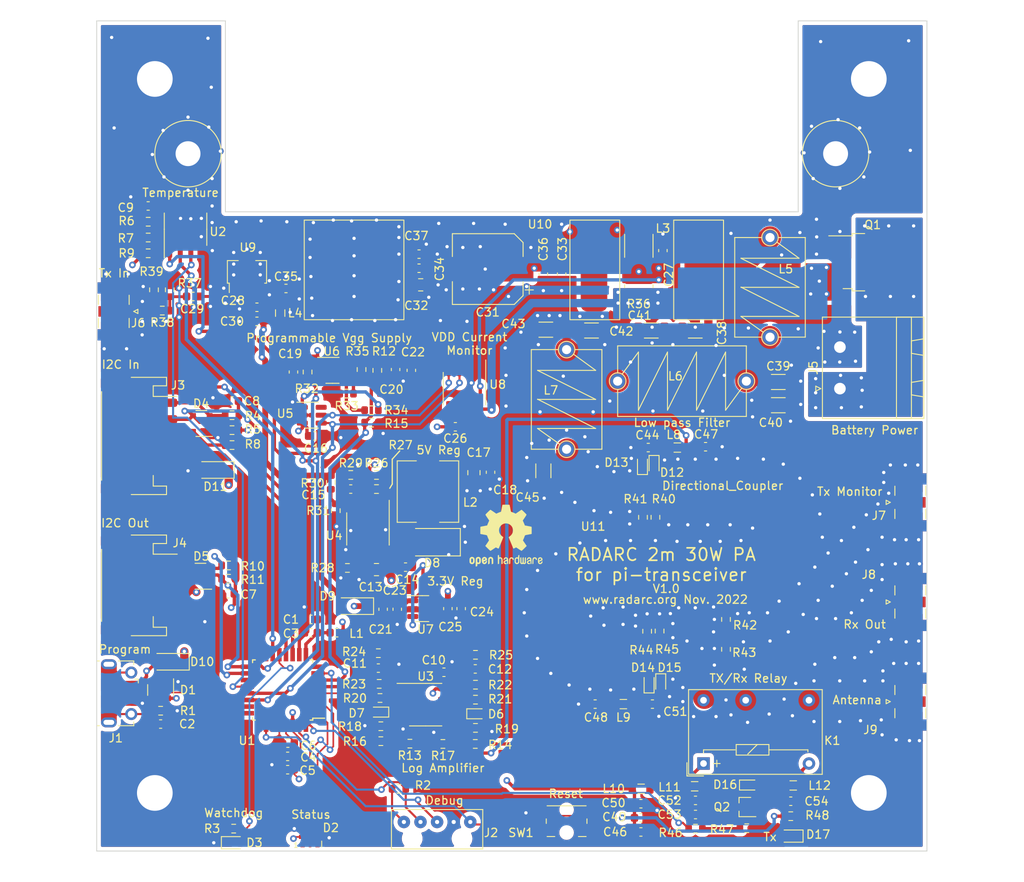
<source format=kicad_pcb>
(kicad_pcb (version 20211014) (generator pcbnew)
  (layers (0 "F.Cu" signal) (1 "In1.Cu" signal) (2 "In2.Cu" signal) (31 "B.Cu" signal) (34 "B.Paste" user) (35 "F.Paste" user) (36 "B.SilkS" user "B.Silkscreen") (37 "F.SilkS" user "F.Silkscreen") (38 "B.Mask" user) (39 "F.Mask" user) (44 "Edge.Cuts" user))
  (net 0 "")
  (net 1 "+12V")
  (net 2 "GND")
  (net 3 "/PA_Protection/D-")
  (net 4 "/PA_Protection/D+")
  (net 5 "/PA_Power/VBus")
  (net 8 "Net-(D2-Pad4)")
  (net 9 "Net-(D2-Pad5)")
  (net 10 "Net-(D3-Pad2)")
  (net 11 "/PA_Protection/Slave_INT")
  (net 12 "/PA_Protection/Slave_SDA")
  (net 13 "/PA_Protection/Slave_SCL")
  (net 14 "/PA_Protection/Ext_SDA")
  (net 15 "/PA_Protection/Ext_SCL")
  (net 16 "Net-(D6-Pad1)")
  (net 17 "Net-(D6-Pad2)")
  (net 18 "Net-(D7-Pad1)")
  (net 19 "Net-(D7-Pad2)")
  (net 20 "+3.3V")
  (net 21 "/PA_Power/VI2C")
  (net 22 "Net-(C15-Pad1)")
  (net 23 "Net-(D14-Pad2)")
  (net 24 "Net-(C14-Pad1)")
  (net 25 "Net-(C21-Pad1)")
  (net 27 "Net-(C2-Pad1)")
  (net 28 "Net-(J2-Pad2)")
  (net 29 "Net-(J2-Pad3)")
  (net 30 "Net-(J2-Pad5)")
  (net 31 "Net-(J6-Pad1)")
  (net 32 "Net-(J7-Pad1)")
  (net 33 "Net-(J8-Pad1)")
  (net 34 "Net-(J9-Pad1)")
  (net 35 "Net-(K1-Pad1)")
  (net 36 "Net-(K1-Pad6)")
  (net 37 "Net-(C44-Pad1)")
  (net 38 "Net-(D12-Pad2)")
  (net 39 "/PA_Power/VDD_PA")
  (net 40 "Net-(C38-Pad1)")
  (net 42 "/PA_Protection/ADC_Fwd")
  (net 43 "/PA_Protection/ADC_Rev")
  (net 44 "/PA_Protection/ADC_Vgg_PA")
  (net 45 "/PA_Protection/TX_Relay")
  (net 46 "Net-(C1-Pad1)")
  (net 47 "Net-(R3-Pad2)")
  (net 49 "/PA_Power/En_Vgg_PA")
  (net 50 "Net-(C51-Pad1)")
  (net 51 "/PA_Protection/Temp_INT")
  (net 54 "Net-(C6-Pad1)")
  (net 55 "Net-(R20-Pad1)")
  (net 56 "Net-(C52-Pad1)")
  (net 57 "Net-(R13-Pad2)")
  (net 58 "Net-(R21-Pad1)")
  (net 59 "Net-(C53-Pad1)")
  (net 60 "Net-(R33-Pad1)")
  (net 61 "Net-(J5-Pad1)")
  (net 62 "Net-(Q2-Pad1)")
  (net 63 "/PA_Power/VGG_PA")
  (net 66 "/PA_Power/Int_SDA")
  (net 67 "/PA_Power/Int_SCL")
  (net 68 "Net-(R14-Pad2)")
  (net 69 "Net-(R26-Pad2)")
  (net 70 "Net-(R30-Pad2)")
  (net 71 "Net-(R28-Pad1)")
  (net 72 "Net-(C14-Pad2)")
  (net 73 "Net-(R34-Pad2)")
  (net 76 "Net-(C29-Pad1)")
  (net 77 "Net-(C35-Pad2)")
  (net 78 "Net-(C15-Pad2)")
  (net 79 "Net-(C29-Pad2)")
  (net 80 "Net-(C31-Pad1)")
  (net 81 "Net-(C35-Pad1)")
  (net 82 "/PA_Protection/VFwd")
  (net 83 "/PA_Protection/VRev")
  (net 84 "Net-(D17-Pad2)")
  (net 85 "Net-(C38-Pad2)")
  (net 86 "Net-(C41-Pad2)")
  (net 87 "Net-(C45-Pad1)")
  (net 88 "+5V")
  (footprint "Capacitor_SMD:C_0603_1608Metric" (layer "F.Cu") (at 165.55 144.3)
    (fp_text reference "C50")
    (fp_text value "100p")
  )
  (footprint "Resistor_SMD:R_0612_1632Metric" (layer "F.Cu") (at 165.3 81.95 -90)
    (fp_text reference "R36")
    (fp_text value "4m")
  )
  (footprint "Resistor_SMD:R_0603_1608Metric" (layer "F.Cu") (at 108.8 82.4 90)
    (fp_text reference "R39")
    (fp_text value "150")
  )
  (footprint "Resistor_SMD:R_0603_1608Metric" (layer "F.Cu") (at 133.7 104.7)
    (fp_text reference "R26")
    (fp_text value "100k")
  )
  (footprint "Capacitor_SMD:C_0603_1608Metric" (layer "F.Cu") (at 130.6 106.4)
    (fp_text reference "C15")
    (fp_text value "150p")
  )
  (footprint "Capacitor_SMD:C_0603_1608Metric" (layer "F.Cu") (at 172.125 145.6 180)
    (fp_text reference "C53")
    (fp_text value "10n")
  )
  (footprint "Pi_Tx:USB_Micro-B_Molex-105017-0001" (layer "F.Cu") (at 102.7 131 -90)
    (fp_text reference "J1")
    (fp_text value "USB_B_Micro")
  )
  (footprint "Capacitor_SMD:C_0603_1608Metric" (layer "F.Cu") (at 137.2 115.8 180)
    (fp_text reference "C14")
    (fp_text value "100n")
  )
  (footprint "LED_SMD:LED_0603_1608Metric" (layer "F.Cu") (at 183.6 148.2 180)
    (fp_text reference "D17")
    (fp_text value "LED")
  )
  (footprint "Capacitor_SMD:C_0805_2012Metric" (layer "F.Cu") (at 139.025 81.8)
    (fp_text reference "C32")
    (fp_text value "22u")
  )
  (footprint "Capacitor_SMD:C_0603_1608Metric" (layer "F.Cu") (at 142.3 120.8 -90)
    (fp_text reference "C25")
    (fp_text value "100n")
  )
  (footprint "Package_TO_SOT_SMD:SOT-89-3" (layer "F.Cu") (at 118.1 80.5375 90)
    (fp_text reference "U9")
    (fp_text value "SPF5189Z")
  )
  (footprint "Inductor_SMD:L_0805_2012Metric" (layer "F.Cu") (at 163.4375 132.3)
    (fp_text reference "L9")
    (fp_text value "1.5u")
  )
  (footprint "Package_TO_SOT_SMD:SOT-143" (layer "F.Cu") (at 107.7 130.6 -90)
    (fp_text reference "D1")
    (fp_text value "SP0503BAHT")
  )
  (footprint "Capacitor_SMD:C_0603_1608Metric" (layer "F.Cu") (at 126.3 100)
    (fp_text reference "C16")
    (fp_text value "100n")
  )
  (footprint "Relay_THT:Relay_SPDT_Omron_G6E" (layer "F.Cu") (at 173.0925 139.4575 90)
    (fp_text reference "K1")
    (fp_text value "G6E")
  )
  (footprint "Pi_Tx:Debug_Clip" (layer "F.Cu") (at 141 146.5)
    (fp_text reference "J2")
    (fp_text value "Conn_01x05")
  )
  (footprint "Capacitor_SMD:C_0603_1608Metric" (layer "F.Cu") (at 145.6 128.065 180)
    (fp_text reference "C12")
    (fp_text value "1n")
  )
  (footprint "Resistor_SMD:R_0603_1608Metric" (layer "F.Cu") (at 107.9 84.9 180)
    (fp_text reference "R38")
    (fp_text value "37.4")
  )
  (footprint "Package_SO:SOIC-8_3.9x4.9mm_P1.27mm" (layer "F.Cu") (at 139.625 132.365)
    (fp_text reference "U3")
    (fp_text value "LM2904")
  )
  (footprint "Inductor_SMD:L_1206_3216Metric" (layer "F.Cu") (at 182.1 96.3)
    (fp_text reference "C40")
    (fp_text value "C")
  )
  (footprint "Capacitor_SMD:C_0603_1608Metric" (layer "F.Cu") (at 166.9375 132.3)
    (fp_text reference "C51")
    (fp_text value "1n")
  )
  (footprint "Resistor_SMD:R_0603_1608Metric" (layer "F.Cu") (at 183.6 145.8)
    (fp_text reference "R48")
    (fp_text value "10k")
  )
  (footprint "Package_TO_SOT_SMD:TO-252-2" (layer "F.Cu") (at 193.475 79.075)
    (fp_text reference "Q1")
    (fp_text value "SUD09P10-195")
  )
  (footprint "Pi_Tx:SMA_Samtec_SMA-J-P-X-ST-EM1_EdgeMount" (layer "F.Cu") (at 197.85 108 90)
    (fp_text reference "J7")
    (fp_text value "Conn_Coaxial")
  )
  (footprint "Capacitor_SMD:C_0603_1608Metric" (layer "F.Cu") (at 143.2 98.9)
    (fp_text reference "C26")
    (fp_text value "100n")
  )
  (footprint "Diode_SMD:D_SOD-523" (layer "F.Cu") (at 167.9375 129.8 -90)
    (fp_text reference "D15")
    (fp_text value "LRB751S")
  )
  (footprint "Resistor_SMD:R_0603_1608Metric" (layer "F.Cu") (at 136.4 142.5)
    (fp_text reference "R2")
    (fp_text value "1k")
  )
  (footprint "Resistor_SMD:R_0603_1608Metric" (layer "F.Cu") (at 134.125 131.565)
    (fp_text reference "R20")
    (fp_text value "4k7")
  )
  (footprint "MountingHole:MountingHole_4.3mm_M4_DIN965_Pad" (layer "F.Cu") (at 107 57)
    (fp_text reference "H3" hide)
    (fp_text value "MountingHole_Pad")
  )
  (footprint "Inductor_SMD:L_1206_3216Metric" (layer "F.Cu") (at 166.8 87.3 180)
    (fp_text reference "C41")
    (fp_text value "C")
  )
  (footprint "Inductor_SMD:L_0805_2012Metric" (layer "F.Cu") (at 169.9375 101.4)
    (fp_text reference "L8")
    (fp_text value "1.5u")
  )
  (footprint "Package_SO:SOIC-8_3.9x4.9mm_P1.27mm" (layer "F.Cu") (at 110.7 75.1 90)
    (fp_text reference "U2")
    (fp_text value "LM75B")
  )
  (footprint "Capacitor_SMD:C_0603_1608Metric" (layer "F.Cu") (at 122.8 82.2375 180)
    (fp_text reference "C35")
    (fp_text value "330p")
  )
  (footprint "Diode_SMD:D_SOD-523" (layer "F.Cu") (at 178.575 142.05)
    (fp_text reference "D16")
    (fp_text value "1SS400")
  )
  (footprint "Resistor_SMD:R_0603_1608Metric" (layer "F.Cu") (at 106.2 78)
    (fp_text reference "R9")
    (fp_text value "4k7")
  )
  (footprint "Capacitor_SMD:C_0603_1608Metric" (layer "F.Cu") (at 115.8 119 180)
    (fp_text reference "C7")
    (fp_text value "100n")
  )
  (footprint "Resistor_SMD:R_0603_1608Metric" (layer "F.Cu") (at 116.3 99.3 180)
    (fp_text reference "R5")
    (fp_text value "4k7")
  )
  (footprint "Pi_Tx:JST_PH_S5B-PH-SM4-TB_1x05-1MP_P2.00mm_Horizontal" (layer "F.Cu") (at 105.1 100 -90)
    (fp_text reference "J3")
    (fp_text value "Conn_01x05")
  )
  (footprint "Resistor_SMD:R_0603_1608Metric" (layer "F.Cu") (at 178.3 147.25)
    (fp_text reference "R47")
    (fp_text value "10k")
  )
  (footprint "Capacitor_SMD:C_0603_1608Metric" (layer "F.Cu") (at 165.55 146)
    (fp_text reference "C49")
    (fp_text value "100n")
  )
  (footprint "Pi_Tx:SMA_Samtec_SMA-J-P-X-ST-EM1_EdgeMount" (layer "F.Cu") (at 197.85 120 90)
    (fp_text reference "J8")
    (fp_text value "Conn_Coaxial")
  )
  (footprint "Inductor_SMD:L_1206_3216Metric" (layer "F.Cu") (at 159.6 87.3)
    (fp_text reference "C42")
    (fp_text value "C")
  )
  (footprint "Resistor_SMD:R_0603_1608Metric" (layer "F.Cu") (at 145.625 131.765)
    (fp_text reference "R21")
    (fp_text value "4k7")
  )
  (footprint "Capacitor_SMD:C_0603_1608Metric" (layer "F.Cu") (at 156 80.5 -90)
    (fp_text reference "C33")
    (fp_text value "100n")
  )
  (footprint "Resistor_SMD:R_0603_1608Metric" (layer "F.Cu") (at 130.1 94.9 180)
    (fp_text reference "R33")
    (fp_text value "1k")
  )
  (footprint "Package_TO_SOT_SMD:SOT-143" (layer "F.Cu") (at 112.6 98.5 180)
    (fp_text reference "D4")
    (fp_text value "SP0503BAHT")
  )
  (footprint "Resistor_SMD:R_0603_1608Metric" (layer "F.Cu") (at 133.1 96.9)
    (fp_text reference "R34")
    (fp_text value "470")
  )
  (footprint "Resistor_SMD:R_0603_1608Metric" (layer "F.Cu") (at 125.4 92.3 90)
    (fp_text reference "R32")
    (fp_text value "10k")
  )
  (footprint "Resistor_SMD:R_0603_1608Metric" (layer "F.Cu") (at 130.2 115.9 180)
    (fp_text reference "R28")
    (fp_text value "100k")
  )
  (footprint "Inductor_SMD:L_1812_4532Metric" (layer "F.Cu") (at 165.3 77.1 90)
    (fp_text reference "L3")
    (fp_text value "200nH")
  )
  (footprint "Capacitor_SMD:C_0603_1608Metric" (layer "F.Cu") (at 125.8 122.1 180)
    (fp_text reference "C1")
    (fp_text value "1u")
  )
  (footprint "Inductor_SMD:L_0805_2012Metric" (layer "F.Cu") (at 122.1 85.2 90)
    (fp_text reference "L4")
    (fp_text value "1uH")
  )
  (footprint "Resistor_SMD:R_0603_1608Metric" (layer "F.Cu") (at 133.7 106.4 180)
    (fp_text reference "R27")
    (fp_text value "22k")
  )
  (footprint "Resistor_SMD:R_0603_1608Metric" (layer "F.Cu") (at 133.925 126.165)
    (fp_text reference "R24")
    (fp_text value "10k")
  )
  (footprint "Capacitor_SMD:C_0603_1608Metric" (layer "F.Cu") (at 106.2 72.3 180)
    (fp_text reference "C9")
    (fp_text value "100n")
  )
  (footprint "MountingHole:MountingHole_4.3mm_M4_DIN965_Pad" (layer "F.Cu") (at 193 57)
    (fp_text reference "H2" hide)
    (fp_text value "MountingHole_Pad")
  )
  (footprint "Pi_Tx:Wire_Inductor 12x8.5" (layer "F.Cu") (at 156.6 95.6 -90)
    (fp_text reference "L7")
    (fp_text value "L")
  )
  (footprint "Resistor_SMD:R_0603_1608Metric" (layer "F.Cu") (at 131.9 92 -90)
    (fp_text reference "R35")
    (fp_text value "1k2")
  )
  (footprint "Capacitor_SMD:C_0805_2012Metric" (layer "F.Cu") (at 133.7 116.1 180)
    (fp_text reference "C13")
    (fp_text value "10u 50V")
  )
  (footprint "Symbol:OSHW-Logo2_9.8x8mm_SilkScreen" (layer "F.Cu") (at 149.3 112)
    (fp_text reference "LOGO1" hide)
    (fp_text value "Logo_Open_Hardware_Small" hide)
  )
  (footprint "Package_SO:SOIC-8-1EP_3.9x4.9mm_P1.27mm_EP2.41x3.3mm" (layer "F.Cu") (at 132.675 111.2 -90)
    (fp_text reference "U4")
    (fp_text value "MP1584")
  )
  (footprint "Inductor_SMD:L_0805_2012Metric" (layer "F.Cu") (at 183.9 142.1 180)
    (fp_text reference "L12")
    (fp_text value "1u")
  )
  (footprint "Capacitor_SMD:C_0603_1608Metric" (layer "F.Cu") (at 136.2 120.875 -90)
    (fp_text reference "C23")
    (fp_text value "100n")
  )
  (footprint "Inductor_SMD:L_7.3x7.3_H4.5" (layer "F.Cu") (at 139.9 106.7 -90)
    (fp_text reference "L2")
    (fp_text value "15uH")
  )
  (footprint "LED_SMD:LED_0603_1608Metric" (layer "F.Cu") (at 116.5 149)
    (fp_text reference "D3")
    (fp_text value "LED")
  )
  (footprint "Connector_Phoenix_MSTB:PhoenixContact_MSTBA_2,5_2-G_1x02_P5.00mm_Horizontal" (layer "F.Cu") (at 189.5225 94.3 90)
    (fp_text reference "J5")
    (fp_text value "Conn_01x02")
  )
  (footprint "Button_Switch_SMD:Panasonic_EVQPUL_EVQPUC" (layer "F.Cu") (at 156.6 146.4 180)
    (fp_text reference "SW1")
    (fp_text value "SW_Push")
  )
  (footprint "Capacitor_SMD:C_0603_1608Metric" (layer "F.Cu") (at 168.2 77.675 90)
    (fp_text reference "C27")
    (fp_text value "100n")
  )
  (footprint "Inductor_SMD:L_1206_3216Metric" (layer "F.Cu") (at 182.1 93.5)
    (fp_text reference "C39")
    (fp_text value "C")
  )
  (footprint "Resistor_SMD:R_0603_1608Metric" (layer "F.Cu") (at 116.3 101.1 180)
    (fp_text reference "R8")
    (fp_text value "4k7")
  )
  (footprint "Package_QFP:TQFP-32_7x7mm_P0.8mm" (layer "F.Cu") (at 122.4 130.6 180)
    (fp_text reference "U1")
    (fp_text value "ATSAMD21E18A-A")
  )
  (footprint "Resistor_SMD:R_0603_1608Metric" (layer "F.Cu") (at 134.225 134.965 180)
    (fp_text reference "R18")
    (fp_text value "100k")
  )
  (footprint "Resistor_SMD:R_0603_1608Metric" (layer "F.Cu") (at 106.2 76.1)
    (fp_text reference "R7")
    (fp_text value "4k7")
  )
  (footprint "Diode_SMD:D_SOD-523" (layer "F.Cu") (at 165.7375 103.5 90)
    (fp_text reference "D13")
    (fp_text value "LRB751S")
  )
  (footprint "Inductor_SMD:L_0603_1608Metric" (layer "F.Cu") (at 128.9 123.7 180)
    (fp_text reference "L1")
    (fp_text value "L_Ferrite")
  )
  (footprint "Capacitor_SMD:C_0603_1608Metric" (layer "F.Cu") (at 111.6 83.2 180)
    (fp_text reference "C29")
    (fp_text value "10n")
  )
  (footprint "Resistor_SMD:R_0603_1608Metric" (layer "F.Cu") (at 128.2 105.6 -90)
    (fp_text reference "R30")
    (fp_text value "210k")
  )
  (footprint "Resistor_SMD:R_0603_1608Metric" (layer "F.Cu") (at 145.6 137.1 180)
    (fp_text reference "R14")
    (fp_text value "10k")
  )
  (footprint "Diode_SMD:D_SOD-123" (layer "F.Cu") (at 114.3 104.1 180)
    (fp_text reference "D11")
    (fp_text value "MBR0540")
  )
  (footprint "Capacitor_SMD:C_0603_1608Metric" (layer "F.Cu") (at 116.3 95.8 180)
    (fp_text reference "C8")
    (fp_text value "100n")
  )
  (footprint "Inductor_SMD:L_1206_3216Metric" (layer "F.Cu") (at 172.1 87.3 180)
    (fp_text reference "C38")
    (fp_text value "C")
  )
  (footprint "Resistor_SMD:R_0603_1608Metric" (layer "F.Cu") (at 165.8 109.8 -90)
    (fp_text reference "R41")
    (fp_text value "150")
  )
  (footprint "Package_SO:SOIC-8_3.9x4.9mm_P1.27mm" (layer "F.Cu") (at 144.3 94.3 -90)
    (fp_text reference "U8")
    (fp_text value "INA219AxD")
  )
  (footprint "Capacitor_SMD:C_0603_1608Metric" (layer "F.Cu") (at 173.3375 101.3)
    (fp_text reference "C47")
    (fp_text value "1n")
  )
  (footprint "Pi_Tx:Wire_Inductor 15.5x8.5" (layer "F.Cu") (at 170.5 93.4 180)
    (fp_text reference "L6")
    (fp_text value "L")
  )
  (footprint "Capacitor_SMD:C_0603_1608Metric" (layer "F.Cu") (at 143.9 120.8 -90)
    (fp_text reference "C24")
    (fp_text value "10u")
  )
  (footprint "Package_TO_SOT_SMD:SOT-323_SC-70" (layer "F.Cu") (at 178.1 144.7 180)
    (fp_text reference "Q2")
    (fp_text value "BC848W")
  )
  (footprint "Capacitor_SMD:C_0603_1608Metric" (layer "F.Cu") (at 123 140.2 180)
    (fp_text reference "C5")
    (fp_text value "100n")
  )
  (footprint "Resistor_SMD:R_0603_1608Metric" (layer "F.Cu") (at 166.3 123.525 -90)
    (fp_text reference "R44")
    (fp_text value "150")
  )
  (footprint "Capacitor_SMD:C_0603_1608Metric" (layer "F.Cu") (at 119.3 86.2)
    (fp_text reference "C30")
    (fp_text value "100p")
  )
  (footprint "Resistor_SMD:R_0603_1608Metric" (layer "F.Cu") (at 106.9 82.4 90)
    (fp_text reference "R37")
    (fp_text value "150")
  )
  (footprint "Capacitor_SMD:C_0603_1608Metric" (layer "F.Cu") (at 153.8 80.5 -90)
    (fp_text reference "C36")
    (fp_text value "100p")
  )
  (footprint "Resistor_SMD:R_0603_1608Metric" (layer "F.Cu") (at 141.7 137.1 180)
    (fp_text reference "R17")
    (fp_text value "100k")
  )
  (footprint "Capacitor_SMD:C_0603_1608Metric" (layer "F.Cu") (at 123 138.6 180)
    (fp_text reference "C4")
    (fp_text value "1u")
  )
  (footprint "Pi_Tx:JST_PH_S4B-PH-SM4-TB_1x04-1MP_P2.00mm_Horizontal" (layer "F.Cu") (at 105.1 118 -90)
    (fp_text reference "J4")
    (fp_text value "Conn_01x04")
  )
  (footprint "Resistor_SMD:R_0603_1608Metric" (layer "F.Cu") (at 172.125 147.3 180)
    (fp_text reference "R46")
    (fp_text value "4k7")
  )
  (footprint "Package_TO_SOT_SMD:SOT-23-5" (layer "F.Cu") (at 139.2 120.8)
    (fp_text reference "U7")
    (fp_text value "TLV70233")
  )
  (footprint "Resistor_SMD:R_0603_1608Metric" (layer "F.Cu") (at 128.8 109 -90)
    (fp_text reference "R31")
    (fp_text value "40.2k")
  )
  (footprint "Resistor_SMD:R_0603_1608Metric" (layer "F.Cu") (at 137.725 137.065 180)
    (fp_text reference "R13")
    (fp_text value "10k")
  )
  (footprint "Capacitor_SMD:C_0603_1608Metric" (layer "F.Cu") (at 172.125 143.9 180)
    (fp_text reference "C52")
    (fp_text value "10n")
  )
  (footprint "Capacitor_SMD:C_0603_1608Metric" (layer "F.Cu") (at 133.925 127.965)
    (fp_text reference "C11")
    (fp_text value "1n")
  )
  (footprint "Inductor_SMD:L_0805_2012Metric" (layer "F.Cu") (at 165.575 142.5)
    (fp_text reference "L10")
    (fp_text value "1u")
  )
  (footprint "Resistor_SMD:R_0603_1608Metric" (layer "F.Cu") (at 116.5 147.3)
    (fp_text reference "R3")
    (fp_text value "1k")
  )
  (footprint "Resistor_SMD:R_0603_1608Metric" (layer "F.Cu") (at 133.8 92.1 90)
    (fp_text reference "R12")
    (fp_text value "10k")
  )
  (footprint "Resistor_SMD:R_0603_1608Metric" (layer "F.Cu") (at 145.625 135.165)
    (fp_text reference "R19")
    (fp_text value "100k")
  )
  (footprint "Resistor_SMD:R_0603_1608Metric" (layer "F.Cu") (at 167.3 109.8 -90)
    (fp_text reference "R40")
    (fp_text value "150")
  )
  (footprint "Inductor_SMD:L_0805_2012Metric" (layer "F.Cu") (at 172.025 142.2)
    (fp_text reference "L11")
    (fp_text value "1u")
  )
  (footprint "Diode_SMD:D_SOD-523" (layer "F.Cu") (at 145.725 133.465)
    (fp_text reference "D6")
    (fp_text value "1SS400")
  )
  (footprint "Capacitor_SMD:C_0603_1608Metric" (layer "F.Cu") (at 138.825 79.8)
    (fp_text reference "C34")
    (fp_text value "100n")
  )
  (footprint "Capacitor_SMD:CP_Elec_8x6.7" (layer "F.Cu") (at 147.1 79.9 180)
    (fp_text reference "C31")
    (fp_text value "22u")
  )
  (footprint "Resistor_SMD:R_0603_1608Metric" (layer "F.Cu") (at 145.625 126.365 180)
    (fp_text reference "R25")
    (fp_text value "10k")
  )
  (footprint "Resistor_SMD:R_0603_1608Metric" (layer "F.Cu") (at 115.875 117.2 180)
    (fp_text reference "R11")
    (fp_text value "4k7")
  )
  (footprint "Capacitor_SMD:C_0603_1608Metric" (layer "F.Cu") (at 160.0375 132.3 180)
    (fp_text reference "C48")
    (fp_text value "1n")
  )
  (footprint "Package_TO_SOT_SMD:SOT-23-6" (layer "F.Cu") (at 125.9 97.5)
    (fp_text reference "U5")
    (fp_text value "MCP4725xxx-xCH")
  )
  (footprint "Resistor_SMD:R_0603_1608Metric" (layer "F.Cu") (at 116.3 97.5 180)
    (fp_text reference "R4")
    (fp_text value "4k7")
  )
  (footprint "Capacitor_SMD:C_0603_1608Metric" (layer "F.Cu") (at 183.6 144)
    (fp_text reference "C54")
    (fp_text value "10n")
  )
  (footprint "Diode_SMD:D_SMA" (layer "F.Cu") (at 140.4 112.8 180)
    (fp_text reference "D8")
    (fp_text value "B340")
  )
  (footprint "Resistor_SMD:R_0603_1608Metric" (layer "F.Cu") (at 175.8 125.7 -90)
    (fp_text reference "R43")
    (fp_text value "49.9k")
  )
  (footprint "Resistor_SMD:R_0603_1608Metric" (layer "F.Cu") (at 130.6 104.7)
    (fp_text reference "R29")
    (fp_text value "100k")
  )
  (footprint "Resistor_SMD:R_0603_1608Metric" (layer "F.Cu") (at 145.625 129.965)
    (fp_text reference "R22")
    (fp_text value "330")
  )
  (footprint "MountingHole:MountingHole_4.3mm_M4_DIN965_Pad" (layer "F.Cu") (at 107 143)
    (fp_text reference "H1" hide)
    (fp_text value "MountingHole_Pad")
  )
  (footprint "Diode_SMD:D_SOD-123" (layer "F.Cu") (at 131.1 120.5 180)
    (fp_text reference "D9")
    (fp_text value "MBR0540")
  )
  (footprint "Capacitor_SMD:C_0805_2012Metric" (layer "F.Cu") (at 145.4375 104.425 -90)
    (fp_text reference "C17")
    (fp_text value "22u")
  )
  (footprint "Capacitor_SMD:C_0603_1608Metric" (layer "F.Cu") (at 138.825 78.1)
    (fp_text reference "C37")
    (fp_text value "100p")
  )
  (footprint "Capacitor_SMD:C_0603_1608Metric" (layer "F.Cu") (at 134.5 120.875 -90)
    (fp_text reference "C21")
    (fp_text value "10u")
  )
  (footprint "Resistor_SMD:R_0603_1608Metric" (layer "F.Cu") (at 167.8 123.5 -90)
    (fp_text reference "R45")
    (fp_text value "150")
  )
  (footprint "Resistor_SMD:R_0603_1608Metric" (layer "F.Cu") (at 134.025 129.865 180)
    (fp_text reference "R23")
    (fp_text value "330")
  )
  (footprint "Capacitor_SMD:C_0603_1608Metric" (layer "F.Cu") (at 123.7 92.3 -90)
    (fp_text reference "C19")
    (fp_text value "1u 50V")
  )
  (footprint "Capacitor_SMD:C_0603_1608Metric" (layer "F.Cu") (at 166.4375 101.4 180)
    (fp_text reference "C44")
    (fp_text value "1n")
  )
  (footprint "Capacitor_SMD:C_0603_1608Metric" (layer "F.Cu") (at 136 92 -90)
    (fp_text reference "C20")
    (fp_text value "2.2u")
  )
  (footprint "Capacitor_SMD:C_0603_1608Metric" (layer "F.Cu") (at 147.4375 104.375 -90)
    (fp_text reference "C18")
    (fp_text value "100n")
  )
  (footprint "MountingHole:MountingHole_4.3mm_M4_DIN965_Pad" (layer "F.Cu") (at 193 143)
    (fp_text reference "H4" hide)
    (fp_text value "MountingHole_Pad")
  )
  (footprint "Pi_Tx:LED-APA102-2020" (layer "F.Cu") (at 125.7 148.3 90)
    (fp_text reference "D2")
    (fp_text value "APA102-2020")
  )
  (footprint "Capacitor_SMD:C_0603_1608Metric" (layer "F.Cu") (at 123.025 137 180)
    (fp_text reference "C6")
    (fp_text value "1u")
  )
  (footprint "Capacitor_SMD:C_0603_1608Metric" (layer "F.Cu") (at 165.55 147.7)
    (fp_text reference "C46")
    (fp_text value "1u")
  )
  (footprint "Capacitor_SMD:C_0603_1608Metric" (layer "F.Cu") (at 141.825 128.465 180)
    (fp_text reference "C10")
    (fp_text value "100n")
  )
  (footprint "Resistor_SMD:R_0603_1608Metric" (layer "F.Cu") (at 115.875 115.6 180)
    (fp_text reference "R10")
    (fp_text value "4k7")
  )
  (footprint "Resistor_SMD:R_0603_1608Metric" (layer "F.Cu") (at 133.1 98.4)
    (fp_text reference "R15")
    (fp_text value "100k")
  )
  (footprint "Package_TO_SOT_SMD:SOT-143" (layer "F.Cu") (at 112.5 116.9 180)
    (fp_text reference "D5")
    (fp_text value "SP0503BAHT")
  )
  (footprint "Package_TO_SOT_SMD:SOT-23-5" (layer "F.Cu") (at 128.4 92.1)
    (fp_text reference "U6")
    (fp_text value "AP2204K-ADJ")
  )
  (footprint "Inductor_SMD:L_1206_3216Metric" (layer "F.Cu") (at 153.8 104.2 -90)
    (fp_text reference "C45")
    (fp_text value "C")
  )
  (footprint "Diode_SMD:D_SOD-523" (layer "F.Cu") (at 166.5375 129.8 90)
    (fp_text reference "D14")
    (fp_text value "LRB751S")
  )
  (footprint "Capacitor_SMD:C_0603_1608Metric" (layer "F.Cu") (at 137.9 92.1 -90)
    (fp_text reference "C22")
    (fp_text value "100n")
  )
  (footprint "Pi_Tx:Wiggly Coupler" (layer "F.Cu") (at 165.2 116.6)
    (fp_text reference "U11")
    (fp_text value "Directional_Coupler")
  )
  (footprint "Resistor_SMD:R_0603_1608Metric" (layer "F.Cu") (at 175.8 122.1 90)
    (fp_text reference "R42")
    (fp_text value "49.9")
  )
  (footprint "Capacitor_SMD:C_0603_1608Metric" (layer "F.Cu") (at 119.3 84.5)
    (fp_text reference "C28")
    (fp_text value "100n")
  )
  (footprint "Diode_SMD:D_SOD-123" (layer "F.Cu") (at 108.9 127.2 180)
    (fp_text reference "D10")
    (fp_text value "MBR0540")
  )
  (footprint "Capacitor_SMD:C_0603_1608Metric" (layer "F.Cu") (at 107.7 134.7)
    (fp_text reference "C2")
    (fp_text value "4n7")
  )
  (footprint "Resistor_SMD:R_0603_1608Metric" (layer "F.Cu") (at 107.7 133.1)
    (fp_text reference "R1")
    (fp_text value "1M")
  )
  (footprint "Diode_SMD:D_SOD-523" (layer "F.Cu") (at 134.025 133.265 180)
    (fp_text reference "D7")
    (fp_text value "1SS400")
  )
  (footprint "Pi_Tx:RF_PA_Module" (layer "F.Cu") (at 150 73)
    (fp_text reference "U10")
    (fp_text value "RA35H1516M")
  )
  (footprint "Pi_Tx:SMA_Samtec_SMA-J-P-X-ST-EM1_EdgeMount" (layer "F.Cu") (at 197.85 132 90)
    (fp_text reference "J9")
    (fp_text value "Conn_Coaxial")
  )
  (footprint "Resistor_SMD:R_0603_1608Metric" (layer "F.Cu") (at 134.225 136.765 180)
    (fp_text reference "R16")
    (fp_text value "100k")
  )
  (footprint "Pi_Tx:Wire_Inductor 12x8.5" (layer "F.Cu") (at 181.1 82.1 -90)
    (fp_text reference "L5")
    (fp_text value "L")
  )
  (footprint "Resistor_SMD:R_0603_1608Metric" (layer "F.Cu") (at 106.2 74.2)
    (fp_text reference "R6")
    (fp_text value "4k7")
  )
  (footprint "Pi_Tx:SMA_Samtec_SMA-J-P-X-ST-EM1_EdgeMount" (layer "F.Cu") (at 102.2 85 -90)
    (fp_text reference "J6")
    (fp_text value "Conn_Coaxial")
  )
  (footprint "Inductor_SMD:L_1206_3216Metric" (layer "F.Cu") (at 154.1 87.2 180)
    (fp_text reference "C43")
    (fp_text value "C")
  )
  (footprint "Capacitor_SMD:C_0603_1608Metric" (layer "F.Cu") (at 125.8 123.7 180)
    (fp_text reference "C3")
    (fp_text value "100n")
  )
  (footprint "Diode_SMD:D_SOD-523" (layer "F.Cu") (at 167.1375 103.5 -90)
    (fp_text reference "D12")
    (fp_text value "LRB751S")
  )
  (footprint "Pi_Tx:Copper_Pad" (layer "B.Cu") (at 149.5 60.2 180)
    (fp_text reference "HS1" hide)
    (fp_text value "Heatsink" hide)
  )
  (gr_line (start 135.6 105.8) (end 135.3 106.3) (layer "F.SilkS") (width 0.15))
  (gr_line (start 136.5 101.8) (end 135.6 102.8) (layer "F.SilkS") (width 0.15))
  (gr_line (start 135.6 102.8) (end 135.6 105.8) (layer "F.SilkS") (width 0.15))
  (gr_line (start 200 150) (end 200 50) (layer "Edge.Cuts") (width 0.1))
  (gr_line (start 184.5 73) (end 184.5 50) (layer "Edge.Cuts") (width 0.1))
  (gr_line (start 100 150) (end 200 150) (layer "Edge.Cuts") (width 0.1))
  (gr_line (start 100 50) (end 100 150) (layer "Edge.Cuts") (width 0.1))
  (gr_line (start 184.5 50) (end 200 50) (layer "Edge.Cuts") (width 0.1))
  (gr_line (start 115.5 50) (end 115.5 73) (layer "Edge.Cuts") (width 0.1))
  (gr_line (start 115.5 50) (end 100 50) (layer "Edge.Cuts") (width 0.1))
  (gr_line (start 115.5 73) (end 184.5 73) (layer "Edge.Cuts") (width 0.1))
  (gr_text "Log Amplifier" (at 141.7 140) (layer "F.SilkS") (effects (font (size 1 1))))
  (gr_text "V1.0" (at 168.6 118.4) (layer "F.SilkS") (effects (font (size 1 1))))
  (gr_text "I2C Out" (at 103.4 110.5) (layer "F.SilkS") (effects (font (size 1 1))))
  (gr_text "www.radarc.org Nov. 2022" (at 168.5 119.7) (layer "F.SilkS") (effects (font (size 1 1))))
  (gr_text "Program" (at 103.4 125.7) (layer "F.SilkS") (effects (font (size 1 1))))
  (gr_text "Watchdog" (at 116.5 145.4) (layer "F.SilkS") (effects (font (size 1 1))))
  (gr_text "Debug" (at 141.9 143.9) (layer "F.SilkS") (effects (font (size 1 1))))
  (gr_text "Antenna" (at 191.6 131.8) (layer "F.SilkS") (effects (font (size 1 1))))
  (gr_text "Tx Monitor" (at 190.7 106.7) (layer "F.SilkS") (effects (font (size 1 1))))
  (gr_text "Tx In" (at 102.1 80.4) (layer "F.SilkS") (effects (font (size 1 1))))
  (gr_text "Rx Out" (at 192.5 122.7) (layer "F.SilkS") (effects (font (size 1 1))))
  (gr_text "3.3V Reg" (at 143.2 117.5) (layer "F.SilkS") (effects (font (size 1 1))))
  (gr_text "Status" (at 125.8 145.6) (layer "F.SilkS") (effects (font (size 1 1))))
  (gr_text "Programmable Vgg Supply" (at 128 88.2) (layer "F.SilkS") (effects (font (size 1 1))))
  (gr_text "5V Reg" (at 141.2 101.7) (layer "F.SilkS") (effects (font (size 1 1))))
  (gr_text "Temperature" (at 110.1 70.7) (layer "F.SilkS") (effects (font (size 1 1))))
  (gr_text "VDD Current\nMonitor" (at 144.9 88.9) (layer "F.SilkS") (effects (font (size 1 1))))
  (gr_text "Battery Power" (at 193.7 99.3) (layer "F.SilkS") (effects (font (size 1 1))))
  (gr_text "TX/Rx Relay" (at 178.5 129.2) (layer "F.SilkS") (effects (font (size 1 1))))
  (gr_text "Low pass Filter" (at 170.5 98.4) (layer "F.SilkS") (effects (font (size 1 1))))
  (gr_text "Tx\n" (at 181.1 148.3) (layer "F.SilkS") (effects (font (size 1 1))))
  (gr_text "I2C In" (at 102.9 91.4) (layer "F.SilkS") (effects (font (size 1 1))))
  (gr_text "RADARC 2m 30W PA\nfor pi-transceiver" (at 168 115.5) (layer "F.SilkS") (effects (font (size 1.5 1.5) (thickness 0.2))))
  (gr_text "Reset" (at 156.5 143.1) (layer "F.SilkS") (effects (font (size 1 1))))
  (segment (start 189.275 81.355) (end 187.045 81.355) (width 2) (layer "F.Cu") (net 1))
  (segment (start 132.875 104.7) (end 132.875 103.825) (width 0.4) (layer "F.Cu") (net 1))
  (segment (start 132.875 103.825) (end 133.2505 103.4495) (width 0.4) (layer "F.Cu") (net 1))
  (segment (start 164.5125 142.5) (end 150.4 142.5) (width 0.4) (layer "F.Cu") (net 1))
  (segment (start 133.31 113.675) (end 133.31 114.76) (width 0.7) (layer "F.Cu") (net 1))
  (segment (start 164.775 142.7625) (end 164.5125 142.5) (width 0.4) (layer "F.Cu") (net 1))
  (segment (start 164.775 144.3) (end 164.775 142.7625) (width 0.4) (layer "F.Cu") (net 1))
  (segment (start 124.825 90.4) (end 126.5125 90.4) (width 0.4) (layer "F.Cu") (net 1))
  (segment (start 126.5125 90.4) (end 127.2625 91.15) (width 0.4) (layer "F.Cu") (net 1))
  (segment (start 126.7 90.5875) (end 126.6 90.4875) (width 0.4) (layer "F.Cu") (net 1))
  (segment (start 123.7 91.525) (end 124.825 90.4) (width 0.4) (layer "F.Cu") (net 1))
  (segment (start 164.775 146) (end 164.775 144.3) (width 0.4) (layer "F.Cu") (net 1))
  (segment (start 150.4 142.5) (end 149.4 141.5) (width 0.4) (layer "F.Cu") (net 1))
  (segment (start 127.2625 91.15) (end 126.7 90.5875) (width 0.4) (layer "F.Cu") (net 1))
  (segment (start 133.31 114.76) (end 134.65 116.1) (width 0.7) (layer "F.Cu") (net 1))
  (segment (start 135.5 117.4) (end 135.5 116.95) (width 1) (layer "F.Cu") (net 1))
  (segment (start 182.775 145.8) (end 181.6 145.8) (width 0.4) (layer "F.Cu") (net 1))
  (segment (start 164.775 147.7) (end 164.775 146) (width 0.4) (layer "F.Cu") (net 1))
  (segment (start 164.775 146) (end 163.3 146) (width 0.4) (layer "F.Cu") (net 1))
  (segment (start 147.475 96.775) (end 147.560757 96.860757) (width 0.4) (layer "F.Cu") (net 1))
  (segment (start 135.5 116.95) (end 134.65 116.1) (width 1) (layer "F.Cu") (net 1))
  (segment (start 126.6 90.4875) (end 126.6 89.7) (width 0.4) (layer "F.Cu") (net 1))
  (segment (start 146.205 96.775) (end 147.475 96.775) (width 0.4) (layer "F.Cu") (net 1))
  (segment (start 133.2505 103.4495) (end 133.5 103.4495) (width 0.4) (layer "F.Cu") (net 1))
  (via (at 147.560757 96.860757) (size 0.8) (drill 0.4) (layers "F.Cu" "B.Cu") (net 1))
  (via (at 135.5 117.4) (size 0.8) (drill 0.4) (layers "F.Cu" "B.Cu") (net 1))
  (via (at 162.8 84) (size 0.8) (drill 0.4) (layers "F.Cu" "B.Cu") (net 1))
  (via (at 162.8 82.7) (size 0.8) (drill 0.4) (layers "F.Cu" "B.Cu") (net 1))
  (via (at 133.5 103.4495) (size 0.8) (drill 0.4) (layers "F.Cu" "B.Cu") (net 1))
  (via (at 186 82.9) (size 0.8) (drill 0.4) (layers "F.Cu" "B.Cu") (net 1))
  (via (at 167.6 82.7) (size 0.8) (drill 0.4) (layers "F.Cu" "B.Cu") (net 1))
  (via (at 163.3 146) (size 0.8) (drill 0.4) (layers "F.Cu" "B.Cu") (net 1))
  (via (at 166.4 84) (size 0.8) (drill 0.4) (layers "F.Cu" "B.Cu") (net 1))
  (via (at 167.6 84) (size 0.8) (drill 0.4) (layers "F.Cu" "B.Cu") (net 1))
  (via (at 186.1 79.8) (size 0.8) (drill 0.4) (layers "F.Cu" "B.Cu") (net 1))
  (via (at 149.4 141.5) (size 0.8) (drill 0.4) (layers "F.Cu" "B.Cu") (net 1))
  (via (at 187.9 82.9) (size 0.8) (drill 0.4) (layers "F.Cu" "B.Cu") (net 1))
  (via (at 165.2 84) (size 0.8) (drill 0.4) (layers "F.Cu" "B.Cu") (net 1))
  (via (at 164 84) (size 0.8) (drill 0.4) (layers "F.Cu" "B.Cu") (net 1))
  (via (at 187.9 79.7) (size 0.8) (drill 0.4) (layers "F.Cu" "B.Cu") (net 1))
  (via (at 187.045 81.355) (size 0.8) (drill 0.4) (layers "F.Cu" "B.Cu") (net 1))
  (via (at 126.6 89.7) (size 0.8) (drill 0.4) (layers "F.Cu" "B.Cu") (net 1))
  (via (at 181.6 145.8) (size 0.8) (drill 0.4) (layers "F.Cu" "B.Cu") (net 1))
  (segment (start 181.6 146.7) (end 181.6 145.8) (width 0.4) (layer "B.Cu") (net 1))
  (segment (start 167.4 146) (end 169 147.6) (width 0.4) (layer "B.Cu") (net 1))
  (segment (start 147.560757 88.839243) (end 152.4 84) (width 1) (layer "B.Cu") (net 1))
  (segment (start 180.7 147.6) (end 181.6 146.7) (width 0.4) (layer "B.Cu") (net 1))
  (segment (start 163.3 146) (end 167.4 146) (width 0.4) (layer "B.Cu") (net 1))
  (segment (start 147.560757 96.860757) (end 147.560757 88.839243) (width 1) (layer "B.Cu") (net 1))
  (segment (start 152.4 84) (end 162.8 84) (width 1) (layer "B.Cu") (net 1))
  (segment (start 169 147.6) (end 180.7 147.6) (width 0.4) (layer "B.Cu") (net 1))
  (segment (start 131.425 104.7) (end 131.425 103.475) (width 0.4) (layer "F.Cu") (net 2))
  (segment (start 110.5 104) (end 110.8 104) (width 0.4) (layer "F.Cu") (net 2))
  (segment (start 105.6 82) (end 106.475 82) (width 0.4) (layer "F.Cu") (net 2))
  (segment (start 134.5 121.65) (end 136.1 121.65) (width 0.7) (layer "F.Cu") (net 2))
  (segment (start 130.77 114.505) (end 129.375 115.9) (width 0.4) (layer "F.Cu") (net 2))
  (segment (start 113.025 121) (end 115.025 119) (width 1) (layer "F.Cu") (net 2))
  (segment (start 165.6625 101.4) (end 164.3375 101.4) (width 0.4) (layer "F.Cu") (net 2))
  (segment (start 122 136.75) (end 122.25 137) (width 0.2) (layer "F.Cu") (net 2))
  (segment (start 136.510051 121.65) (end 136.1 121.65) (width 0.7) (layer "F.Cu") (net 2))
  (segment (start 113.5 117.65) (end 113.675 117.65) (width 0.4) (layer "F.Cu") (net 2))
  (segment (start 183.675 93.5) (end 183.675 96.3) (width 1) (layer "F.Cu") (net 2))
  (segment (start 122.25 138.575) (end 122.225 138.6) (width 0.2) (layer "F.Cu") (net 2))
  (segment (start 139.6 79.8) (end 143.95 79.8) (width 0.4) (layer "F.Cu") (net 2))
  (segment (start 123.719516 97.5) (end 123.584541 97.365025) (width 0.4) (layer "F.Cu") (net 2))
  (segment (start 124.8 147.45) (end 123.95 147.45) (width 0.2) (layer "F.Cu") (net 2))
  (segment (start 105.4 132.3) (end 105.5 132.2) (width 0.4) (layer "F.Cu") (net 2))
  (segment (start 137.260051 120.9) (end 136.510051 121.65) (width 0.7) (layer "F.Cu") (net 2))
  (segment (start 174.1125 101.3) (end 175.3375 101.3) (width 0.4) (layer "F.Cu") (net 2))
  (segment (start 151.75 145.55) (end 151.7 145.5) (width 0.2) (layer "F.Cu") (net 2))
  (segment (start 124.4 124.325) (end 125.025 123.7) (width 0.4) (layer "F.Cu") (net 2))
  (segment (start 124.7625 97.5) (end 123.719516 97.5) (width 0.4) (layer "F.Cu") (net 2))
  (segment (start 166.3 122.7) (end 166.3 121.425) (width 0.4) (layer "F.Cu") (net 2))
  (segment (start 153.975 145.55) (end 151.75 145.55) (width 0.2) (layer "F.Cu") (net 2))
  (segment (start 115.525 95.8) (end 114.4 95.8) (width 0.4) (layer "F.Cu") (net 2))
  (segment (start 170 143.9) (end 169.7 143.6) (width 0.4) (layer "F.Cu") (net 2))
  (segment (start 154.175001 145.750001) (end 153.975 145.55) (width 0.2) (layer "F.Cu") (net 2))
  (segment (start 143.665 96.775) (end 143.665 95.735) (width 0.4) (layer "F.Cu") (net 2))
  (segment (start 132.365 134.965) (end 132.3 134.9) (width 0.4) (layer "F.Cu") (net 2))
  (segment (start 137 134.32) (end 136.9 134.42) (width 0.4) (layer "F.Cu") (net 2))
  (segment (start 135.065 126.165) (end 136.4 127.5) (width 0.4) (layer "F.Cu") (net 2))
  (segment (start 113.025 121) (end 113.025 122.375) (width 1) (layer "F.Cu") (net 2))
  (segment (start 107.95 121) (end 113.025 121) (width 1) (layer "F.Cu") (net 2))
  (segment (start 137.05 134.27) (end 137 134.32) (width 0.4) (layer "F.Cu") (net 2))
  (segment (start 143.665 95.735) (end 145 94.4) (width 0.4) (layer "F.Cu") (net 2))
  (segment (start 133.4 134.965) (end 133.4 136.765) (width 0.4) (layer "F.Cu") (net 2))
  (segment (start 146.205 92.537939) (end 145.131544 93.611395) (width 0.4) (layer "F.Cu") (net 2))
  (segment (start 123.584541 97.365025) (end 123.584541 95.917471) (width 0.4) (layer "F.Cu") (net 2))
  (segment (start 136.1 122.6) (end 136.2 122.7) (width 0.7) (layer "F.Cu") (net 2))
  (segment (start 142.4 112.8) (end 144.4 112.8) (width 0.7) (layer "F.Cu") (net 2))
  (segment (start 131.425 104.7) (end 131.425 104.95) (width 0.4) (layer "F.Cu") (net 2))
  (segment (start 131.6 117.25) (end 132.75 116.1) (width 0.4) (layer "F.Cu") (net 2))
  (segment (start 130.77 113.675) (end 130.77 114.505) (width 0.4) (layer "F.Cu") (net 2))
  (segment (start 131.425 104.95) (end 132.875 106.4) (width 0.4) (layer "F.Cu") (net 2))
  (segment (start 106.9 81.575) (end 108.8 81.575) (width 0.4) (layer "F.Cu") (net 2))
  (segment (start 122.25 137) (end 122.25 138.575) (width 0.2) (layer "F.Cu") (net 2))
  (segment (start 165.6625 102.725) (end 165.7375 102.8) (width 0.4) (layer "F.Cu") (net 2))
  (segment (start 113.6 99.25) (end 113.75 99.25) (width 0.4) (layer "F.Cu") (net 2))
  (segment (start 168.2 76.9) (end 168.2 75.675) (width 0.4) (layer "F.Cu") (net 2))
  (segment (start 126.29 148.3) (end 127.9 148.3) (width 0.2) (layer "F.Cu") (net 2))
  (segment (start 113.75 99.25) (end 114.6 100.1) (width 0.4) (layer "F.Cu") (net 2))
  (segment (start 115.7125 149) (end 114.1 149) (width 0.2) (layer "F.Cu") (net 2))
  (segment (start 118.1 82.1) (end 118.1 84.075) (width 0.7) (layer "F.Cu") (net 2))
  (segment (start 108.525 133.1) (end 108.525 134.65) (width 0.25) (layer "F.Cu") (net 2))
  (segment (start 142.3 121.575) (end 143.9 121.575) (width 0.7) (layer "F.Cu") (net 2))
  (segment (start 139.6 78.1) (end 139.6 79.8) (width 0.4) (layer "F.Cu") (net 2))
  (segment (start 142.3 121.575) (end 142.920072 121.575) (width 0.7) (layer "F.Cu") (net 2))
  (segment (start 136 92.775) (end 137.8 92.775) (width 0.4) (layer "F.Cu") (net 2))
  (segment (start 125.025 123.7) (end 125.025 122.1) (width 0.4) (layer "F.Cu") (net 2))
  (segment (start 142.4 127.2) (end 142.8 127.2) (width 0.4) (layer "F.Cu") (net 2))
  (segment (start 107.95 104) (end 110.5 104) (width 0.4) (layer "F.Cu") (net 2))
  (segment (start 130.77 113.105) (end 132.675 111.2) (width 0.4) (layer "F.Cu") (net 2))
  (segment (start 131.6 117.3) (end 131.6 117.25) (width 0.4) (layer "F.Cu") (net 2))
  (segment (start 146.205 91.825) (end 146.205 92.537939) (width 0.4) (layer "F.Cu") (net 2))
  (segment (start 114.6 100.1) (end 114.6 100.2) (width 0.4) (layer "F.Cu") (net 2))
  (segment (start 145 94.4) (end 145 91.89) (width 0.4) (layer "F.Cu") (net 2))
  (segment (start 133.925 99.125) (end 134.5 99.7) (width 0.4) (layer "F.Cu") (net 2))
  (segment (start 167.7125 132.3) (end 167.7125 133.775) (width 0.4) (layer "F.Cu") (net 2))
  (segment (start 166.55 145.6) (end 166.25 145.9) (width 0.4) (layer "F.Cu") (net 2))
  (segment (start 108.525 134.65) (end 108.475 134.7) (width 0.25) (layer "F.Cu") (net 2))
  (segment (start 143.665 98.59) (end 143.975 98.9) (width 0.4) (layer "F.Cu") (net 2))
  (segment (start 108.45 129.6) (end 109.6 129.6) (width 0.4) (layer "F.Cu") (net 2))
  (segment (start 128.475 94.1) (end 129.275 94.9) (width 0.4) (layer "F.Cu") (net 2))
  (segment (start 122 134.85) (end 122 136.75) (width 0.2) (layer "F.Cu") (net 2))
  (segment (start 166.325 144.3) (end 166.8 144.3) (width 0.4) (layer "F.Cu") (net 2))
  (segment (start 128.8 109.825) (end 129.475 110.5) (width 0.4) (layer "F.Cu") (net 2))
  (segment (start 171.35 143.9) (end 170.3 143.9) (width 0.4) (layer "F.Cu") (net 2))
  (segment (start 141.935 126.735) (end 142.4 127.2) (width 0.4) (layer "F.Cu") (net 2))
  (segment (start 137.9625 120.9) (end 137.260051 120.9) (width 0.7) (layer "F.Cu") (net 2))
  (segment (start 134.75 127.915) (end 134.7 127.965) (width 0.4) (layer "F.Cu") (net 2))
  (segment (start 141.625 120.9) (end 142.3 121.575) (width 0.7) (layer "F.Cu") (net 2))
  (segment (start 125.4 91.475) (end 126.025 92.1) (width 0.4) (layer "F.Cu") (net 2))
  (segment (start 138.1625 120.9) (end 141.625 120.9) (width 0.7) (layer "F.Cu") (net 2))
  (segment (start 170.3 143.9) (end 170 143.9) (width 0.4) (layer "F.Cu") (net 2))
  (segment (start 127.075 100) (end 129.2 100) (width 0.4) (layer "F.Cu") (net 2))
  (segment (start 143.95 79.8) (end 144.05 79.9) (width 0.4) (layer "F.Cu") (net 2))
  (segment (start 132.565 134.965) (end 132.365 134.965) (width 0.4) (layer "F.Cu") (net 2))
  (segment (start 122.225 140.2) (end 121.6 140.2) (width 0.2) (layer "F.Cu") (net 2))
  (segment (start 129.475 110.5) (end 131.475 110.5) (width 0.4) (layer "F.Cu") (net 2))
  (segment (start 144.3 110.9) (end 142.4 112.8) (width 0.7) (layer "F.Cu") (net 2))
  (segment (start 167.9375 132.075) (end 167.7125 132.3) (width 0.4) (layer "F.Cu") (net 2))
  (segment (start 102.2 82.175) (end 105.025 82.175) (width 0.4) (layer "F.Cu") (net 2))
  (segment (start 137.8 92.775) (end 137.9 92.875) (width 0.4) (layer "F.Cu") (net 2))
  (segment (start 114.4 95.8) (end 114 95.4) (width 0.4) (layer "F.Cu") (net 2))
  (segment (start 145.1 93.642939) (end 145.131544 93.611395) (width 0.4) (layer "F.Cu") (net 2))
  (segment (start 139.6 78.1) (end 139.925 78.1) (width 0.4) (layer "F.Cu") (net 2))
  (segment (start 167.9375 130.5) (end 167.9375 132.075) (width 0.4) (layer "F.Cu") (net 2))
  (segment (start 123.7 93.075) (end 123.8 93.075) (width 0.4) (layer "F.Cu") (net 2))
  (segment (start 121.1 139.7) (end 121.1 139.6) (width 0.2) (layer "F.Cu") (net 2))
  (segment (start 113.925 77.675) (end 112.605 77.675) (width 0.4) (layer "F.Cu") (net 2))
  (segment (start 140.875 137.1) (end 140.875 135.975) (width 0.4) (layer "F.Cu") (net 2))
  (segment (start 128.475 92.822183) (end 128.475 94.1) (width 0.4) (layer "F.Cu") (net 2))
  (segment (start 142.4 112.8) (end 142.4 114.3) (width 0.7) (layer "F.Cu") (net 2))
  (segment (start 136.6255 93.4005) (end 136.924443 93.4005) (width 0.4) (layer "F.Cu") (net 2))
  (segment (start 118.1 84.075) (end 118.525 84.5) (width 0.7) (layer "F.Cu") (net 2))
  (segment (start 113.925 77.675) (end 113.9875 77.675) (width 0.4) (layer "F.Cu") (net 2))
  (segment (start 126.025 92.1) (end 127.2625 92.1) (width 0.4) (layer "F.Cu") (net 2))
  (segment (start 167.8 122.7) (end 167.8 121.425) (width 0.4) (layer "F.Cu") (net 2))
  (segment (start 121.6 140.2) (end 121.1 139.7) (width 0.2) (layer "F.Cu") (net 2))
  (segment (start 127.2625 92.1) (end 127.752817 92.1) (width 0.4) (layer "F.Cu") (net 2))
  (segment (start 145.1 94.3) (end 145.1 93.642939) (width 0.4) (layer "F.Cu") (net 2))
  (segment (start 127.9 148.3) (end 128 148.4) (width 0.2) (layer "F.Cu") (net 2))
  (segment (start 136.1 121.65) (end 136.1 122.6) (width 0.7) (layer "F.Cu") (net 2))
  (segment (start 145 94.4) (end 145.1 94.3) (width 0.4) (layer "F.Cu") (net 2))
  (segment (start 108.525 133.1) (end 109.7 133.1) (width 0.25) (layer "F.Cu") (net 2))
  (segment (start 123.7 93.075) (end 123.7 95.802012) (width 0.4) (layer "F.Cu") (net 2))
  (segment (start 134.75 126.165) (end 135.065 126.165) (width 0.4) (layer "F.Cu") (net 2))
  (segment (start 141.05 128.465) (end 141.05 127.25) (width 0.4) (layer "F.Cu") (net 2))
  (segment (start 118.525 84.5) (end 118.525 86.2) (width 0.4) (layer "F.Cu") (net 2))
  (segment (start 136.9 134.42) (end 136.9 135.3) (width 0.4) (layer "F.Cu") (net 2))
  (segment (start 167.5 145) (end 167.5 145.1) (width 0.4) (layer "F.Cu") (net 2))
  (segment (start 139.6 81.425) (end 139.975 81.8) (width 0.4) (layer "F.Cu") (net 2))
  (segment (start 147.4375 105.15) (end 145.6625 105.15) (width 0.7) (layer "F.Cu") (net 2))
  (segment (start 159.2625 132.3) (end 158.0375 132.3) (width 0.4) (layer "F.Cu") (net 2))
  (segment (start 133.925 98.4) (end 133.925 99.025) (width 0.4) (layer "F.Cu") (net 2))
  (segment (start 138.012999 120.849501) (end 137.9625 120.9) (width 0.7) (layer "F.Cu") (net 2))
  (segment (start 139.975 81.8) (end 141.125 81.8) (width 0.4) (layer "F.Cu") (net 2))
  (segment (start 106.475 82) (end 106.9 81.575) (width 0.4) (layer "F.Cu") (net 2))
  (segment (start 104.1625 132.3) (end 105.2 132.3) (width 0.4) (layer "F.Cu") (net 2))
  (segment (start 105.425 82.175) (end 105.6 82) (width 0.4) (layer "F.Cu") (net 2))
  (segment (start 144.75 126.415) (end 144.8 126.365) (width 0.4) (layer "F.Cu") (net 2))
  (segment (start 145 91.89) (end 144.935 91.825) (width 0.4) (layer "F.Cu") (net 2))
  (segment (start 141.935 126.365) (end 141.935 126.735) (width 0.4) (layer "F.Cu") (net 2))
  (segment (start 133.4 134.965) (end 132.565 134.965) (width 0.4) (layer "F.Cu") (net 2))
  (segment (start 151.7 145.5) (end 151.7 145.4) (width 0.2) (layer "F.Cu") (net 2))
  (segment (start 144.75 128.065) (end 144.75 126.415) (width 0.4) (layer "F.Cu") (net 2))
  (segment (start 142.920072 121.575) (end 143.272536 121.927464) (width 0.7) (layer "F.Cu") (net 2))
  (segment (start 110.8 104) (end 111 104.2) (width 0.4) (layer "F.Cu") (net 2))
  (segment (start 138.0625 120.8) (end 138.1625 120.9) (width 0.4) (layer "F.Cu") (net 2))
  (segment (start 165.6625 101.4) (end 165.6625 102.725) (width 0.4) (layer "F.Cu") (net 2))
  (segment (start 123.7 95.802012) (end 123.584541 95.917471) (width 0.4) (layer "F.Cu") (net 2))
  (segment (start 136 92.775) (end 136.6255 93.4005) (width 0.4) (layer "F.Cu") (net 2))
  (segment (start 141.935 126.365) (end 144.8 126.365) (width 0.4) (layer "F.Cu") (net 2))
  (segment (start 105.2 132.3) (end 105.4 132.3) (width 0.4) (layer "F.Cu") (net 2))
  (segment (start 123.95 147.45) (end 123.8 147.3) (width 0.2) (layer "F.Cu") (net 2))
  (segment (start 166.8 144.3) (end 167.5 145) (width 0.4) (layer "F.Cu") (net 2))
  (segment (start 134.75 126.165) (end 134.75 127.915) (width 0.4) (layer "F.Cu") (net 2))
  (segment (start 102.2 87.825) (end 105.475 87.825) (width 0.4) (layer "F.Cu") (net 2))
  (segment (start 146.45 135.165) (end 146.965 135.165) (width 0.4) (layer "F.Cu") (net 2))
  (segment (start 143.665 96.775) (end 143.665 98.59) (width 0.4) (layer "F.Cu") (net 2))
  (segment (start 145.6625 105.15) (end 145.4375 105.375) (width 0.4) (layer "F.Cu") (net 2))
  (segment (start 159.225 145.55) (end 159.024999 145.750001) (width 0.2) (layer "F.Cu") (net 2))
  (segment (start 122.225 138.6) (end 122.225 140.2) (width 0.2) (layer "F.Cu") (net 2))
  (segment (start 138.0625 120.8) (end 138.012999 120.849501) (width 0.4) (layer "F.Cu") (net 2))
  (segment (start 159.024999 145.750001) (end 154.175001 145.750001) (width 0.2) (layer "F.Cu") (net 2))
  (segment (start 109.6 129.6) (end 109.8 129.6) (width 0.4) (layer "F.Cu") (net 2))
  (segment (start 139.6 79.8) (end 139.6 81.425) (width 0.4) (layer "F.Cu") (net 2))
  (segment (start 127.752817 92.1) (end 128.475 92.822183) (width 0.4) (layer "F.Cu") (net 2))
  (segment (start 105.025 82.175) (end 105.425 82.175) (width 0.4) (layer "F.Cu") (net 2))
  (segment (start 113.675 117.65) (end 115.025 119) (width 0.4) (layer "F.Cu") (net 2))
  (segment (start 124.4 126.35) (end 124.4 124.325) (width 0.4) (layer "F.Cu") (net 2))
  (segment (start 183.675 93.5) (end 183.675 91.475) (width 1) (layer "F.Cu") (net 2))
  (segment (start 141.05 127.25) (end 141.935 126.365) (width 0.4) (layer "F.Cu") (net 2))
  (segment (start 123.8 93.075) (end 125.4 91.475) (width 0.4) (layer "F.Cu") (net 2))
  (segment (start 139.925 78.1) (end 141.025 78.1) (width 0.4) (layer "F.Cu") (net 2))
  (segment (start 129.2 100) (end 129.4 100.2) (width 0.4) (layer "F.Cu") (net 2))
  (segment (start 147.165 135.165) (end 147.6 135.6) (width 0.4) (layer "F.Cu") (net 2))
  (segment (start 146.965 135.165) (end 147.165 135.165) (width 0.4) (layer "F.Cu") (net 2))
  (segment (start 133.925 99.025) (end 133.925 99.125) (width 0.4) (layer "F.Cu") (net 2))
  (via (at 183.575 98.225) (size 0.8) (drill 0.4) (layers "F.Cu" "B.Cu") (net 2))
  (via (at 155.8 85.5) (size 0.8) (drill 0.4) (layers "F.Cu" "B.Cu") (net 2))
  (via (at 189.5225 70.1775) (size 0.8) (drill 0.4) (layers "F.Cu" "B.Cu") (net 2))
  (via (at 105.5 132.2) (size 0.8) (drill 0.4) (layers "F.Cu" "B.Cu") (net 2))
  (via (at 116.8 74.2) (size 0.8) (drill 0.4) (layers "F.Cu" "B.Cu") (net 2))
  (via (at 156.6 99.3) (size 0.8) (drill 0.4) (layers "F.Cu" "B.Cu") (net 2))
  (via (at 119.7 80.6) (size 0.8) (drill 0.4) (layers "F.Cu" "B.Cu") (net 2))
  (via (at 177.2 102.7) (size 0.8) (drill 0.4) (layers "F.Cu" "B.Cu") (net 2))
  (via (at 191.4 115.2) (size 0.8) (drill 0.4) (layers "F.Cu" "B.Cu") (net 2))
  (via (at 158.8 100.1) (size 0.8) (drill 0.4) (layers "F.Cu" "B.Cu") (net 2))
  (via (at 186.5 127.5) (size 0.8) (drill 0.4) (layers "F.Cu" "B.Cu") (net 2))
  (via (at 156 82.5) (size 0.8) (drill 0.4) (layers "F.Cu" "B.Cu") (net 2))
  (via (at 151.7 145.4) (size 0.8) (drill 0.4) (layers "F.Cu" "B.Cu") (net 2))
  (via (at 122.9 74.2) (size 0.8) (drill 0.4) (layers "F.Cu" "B.Cu") (net 2))
  (via (at 175.8 131.8) (size 0.8) (drill 0.4) (layers "F.Cu" "B.Cu") (net 2))
  (via (at 111.335 73.835) (size 0.8) (drill 0.4) (layers "F.Cu" "B.Cu") (net 2))
  (via (at 169.7 143.6) (size 0.8) (drill 0.4) (layers "F.Cu" "B.Cu") (net 2))
  (via (at 104.1 71.2) (size 0.8) (drill 0.4) (layers "F.Cu" "B.Cu") (net 2))
  (via (at 153.1 116.2) (size 0.8) (drill 0.4) (layers "F.Cu" "B.Cu") (net 2))
  (via (at 171.1 124.7) (size 0.8) (drill 0.4) (layers "F.Cu" "B.Cu") (net 2))
  (via (at 192.5 129.5) (size 0.8) (drill 0.4) (layers "F.Cu" "B.Cu") (net 2))
  (via (at 132.3 134.9) (size 0.8) (drill 0.4) (layers "F.Cu" "B.Cu") (net 2))
  (via (at 166.3 121.425) (size 0.8) (drill 0.4) (layers "F.Cu" "B.Cu") (net 2))
  (via (at 112.6 76) (size 0.8) (drill 0.4) (layers "F.Cu" "B.Cu") (net 2))
  (via (at 126.1 74.3) (size 0.8) (drill 0.4) (layers "F.Cu" "B.Cu") (net 2))
  (via (at 120.8 81.3) (size 0.8) (drill 0.4) (layers "F.Cu" "B.Cu") (net 2))
  (via (at 170.6 130.3) (size 0.8) (drill 0.4) (layers "F.Cu" "B.Cu") (net 2))
  (via (at 189.5 134.4) (size 0.8) (drill 0.4) (layers "F.Cu" "B.Cu") (net 2))
  (via (at 179 97.7) (size 0.8) (drill 0.4) (layers "F.Cu" "B.Cu") (net 2))
  (via (at 182.5 78.2) (size 0.8) (drill 0.4) (layers "F.Cu" "B.Cu") (net 2))
  (via (at 114.6 100.2) (size 0.8) (drill 0.4) (layers "F.Cu" "B.Cu") (net 2))
  (via (at 171.9 133.8) (size 0.8) (drill 0.4) (layers "F.Cu" "B.Cu") (net 2))
  (via (at 102.1 62.9) (size 0.8) (drill 0.4) (layers "F.Cu" "B.Cu") (net 2))
  (via (at 174.6 133.8) (size 0.8) (drill 0.4) (layers "F.Cu" "B.Cu") (net 2))
  (via (at 123.8 147.3) (size 0.8) (drill 0.4) (layers "F.Cu" "B.Cu") (net 2))
  (via (at 125.8 80.8) (size 0.8) (drill 0.4) (layers "F.Cu" "B.Cu") (net 2))
  (via (at 191.9 62.9) (size 0.8) (drill 0.4) (layers "F.Cu" "B.Cu") (net 2))
  (via (at 114 95.4) (size 0.8) (drill 0.4) (layers "F.Cu" "B.Cu") (net 2))
  (via (at 182.2 119.9) (size 0.8) (drill 0.4) (layers "F.Cu" "B.Cu") (net 2))
  (via (at 172.1 120.7) (size 0.8) (drill 0.4) (layers "F.Cu" "B.Cu") (net 2))
  (via (at 161.2 89) (size 0.8) (drill 0.4) (layers "F.Cu" "B.Cu") (net 2))
  (via (at 159.5 121.7) (size 0.8) (drill 0.4) (layers "F.Cu" "B.Cu") (net 2))
  (via (at 167.5 145.1) (size 0.8) (drill 0.4) (layers "F.Cu" "B.Cu") (net 2))
  (via (at 131.425 103.475) (size 0.8) (drill 0.4) (layers "F.Cu" "B.Cu") (net 2))
  (via (at 173.6 110.7) (size 0.8) (drill 0.4) (layers "F.Cu" "B.Cu") (net 2))
  (via (at 136.4 81.4) (size 0.8) (drill 0.4) (layers "F.Cu" "B.Cu") (net 2))
  (via (at 164.7 130.5) (size 0.8) (drill 0.4) (layers "F.Cu" "B.Cu") (net 2))
  (via (at 125.7 78.5) (size 0.8) (drill 0.4) (layers "F.Cu" "B.Cu") (net 2))
  (via (at 176.4 75.6) (size 0.8) (drill 0.4) (layers "F.Cu" "B.Cu") (net 2))
  (via (at 186.1 62.7) (size 0.8) (drill 0.4) (layers "F.Cu" "B.Cu") (net 2))
  (via (at 187.2 52.5) (size 0.8) (drill 0.4) (layers "F.Cu" "B.Cu") (net 2))
  (via (at 125.9 83.4) (size 0.8) (drill 0.4) (layers "F.Cu" "B.Cu") (net 2))
  (via (at 197.8 52.4) (size 0.8) (drill 0.4) (layers "F.Cu" "B.Cu") (net 2))
  (via (at 174.6 89.1) (size 0.8) (drill 0.4) (layers "F.Cu" "B.Cu") (net 2))
  (via (at 152.4 100.9) (size 0.8) (drill 0.4) (layers "F.Cu" "B.Cu") (net 2))
  (via (at 189.5225 87.4775) (size 0.8) (drill 0.4) (layers "F.Cu" "B.Cu") (net 2))
  (via (at 163.4 122.7) (size 0.8) (drill 0.4) (layers "F.Cu" "B.Cu") (net 2))
  (via (at 169.4 124.3) (size 0.8) (drill 0.4) (layers "F.Cu" "B.Cu") (net 2))
  (via (at 184.6 117.8) (size 0.8) (drill 0.4) (layers "F.Cu" "B.Cu") (net 2))
  (via (at 186.4 129.5) (size 0.8) (drill 0.4) (layers "F.Cu" "B.Cu") (net 2))
  (via (at 113.7 84.4) (size 0.8) (drill 0.4) (layers "F.Cu" "B.Cu") (net 2))
  (via (at 119.7 77.9) (size 0.8) (drill 0.4) (layers "F.Cu" "B.Cu") (net 2))
  (via (at 119.7 79.3) (size 0.8) (drill 0.4) (layers "F.Cu" "B.Cu") (net 2))
  (via (at 197.9 136.7) (size 0.8) (drill 0.4) (layers "F.Cu" "B.Cu") (net 2))
  (via (at 146.8 79.9) (size 0.8) (drill 0.4) (layers "F.Cu" "B.Cu") (net 2))
  (via (at 125 120.6) (size 0.8) (drill 0.4) (layers "F.Cu" "B.Cu") (net 2))
  (via (at 194.2 124.8) (size 0.8) (drill 0.4) (layers "F.Cu" "B.Cu") (net 2))
  (via (at 109.9245 82.2) (size 0.8) (drill 0.4) (layers "F.Cu" "B.Cu") (net 2))
  (via (at 153.1 126.8) (size 0.8) (drill 0.4) (layers "F.Cu" "B.Cu") (net 2))
  (via (at 194.6 136) (size 0.8) (drill 0.4) (layers "F.Cu" "B.Cu") (net 2))
  (via (at 111 104.2) (size 0.8) (drill 0.4) (layers "F.Cu" "B.Cu") (net 2))
  (via (at 195.6 103.5) (size 0.8) (drill 0.4) (layers "F.Cu" "B.Cu") (net 2))
  (via (at 109.9245 85.7) (size 0.8) (drill 0.4) (layers "F.Cu" "B.Cu") (net 2))
  (via (at 113.925 77.675) (size 0.8) (drill 0.4) (layers "F.Cu" "B.Cu") (net 2))
  (via (at 109.8 129.6) (size 0.8) (drill 0.4) (layers "F.Cu" "B.Cu") (net 2))
  (via (at 168.2 75.675) (size 0.8) (drill 0.4) (layers "F.Cu" "B.Cu") (net 2))
  (via (at 161.9 109.2) (size 0.8) (drill 0.4) (layers "F.Cu" "B.Cu") (net 2))
  (via (at 177.2 121.4) (size 0.8) (drill 0.4) (layers "F.Cu" "B.Cu") (net 2))
  (via (at 103.8 80.5) (size 0.8) (drill 0.4) (layers "F.Cu" "B.Cu") (net 2))
  (via (at 147.6 135.6) (size 0.8) (drill 0.4) (layers "F.Cu" "B.Cu") (net 2))
  (via (at 116.5 77.9) (size 0.8) (drill 0.4) (layers "F.Cu" "B.Cu") (net 2))
  (via (at 192.7 109.5) (size 0.8) (drill 0.4) (layers "F.Cu" "B.Cu") (net 2))
  (via (at 113.025 122.375) (size 0.8) (drill 0.4) (layers "F.Cu" "B.Cu") (net 2))
  (via (at 171.2 110.7) (size 0.8) (drill 0.4) (layers "F.Cu" "B.Cu") (net 2))
  (via (at 130 113.7) (size 0.8) (drill 0.4) (layers "F.Cu" "B.Cu") (net 2))
  (via (at 166.9 88.8) (size 0.8) (drill 0.4) (layers "F.Cu" "B.Cu") (net 2))
  (via (at 149.3 92.7) (size 0.8) (drill 0.4) (layers "F.Cu" "B.Cu") (net 2))
  (via (at 191.4 91) (size 0.8) (drill 0.4) (layers "F.Cu" "B.Cu") (net 2))
  (via (at 164.3 112.6) (size 0.8) (drill 0.4) (layers "F.Cu" "B.Cu") (net 2))
  (via (at 186.7 73.9) (size 0.8) (drill 0.4) (layers "F.Cu" "B.Cu") (net 2))
  (via (at 192.2 119.8) (size 0.8) (drill 0.4) (layers "F.Cu" "B.Cu") (net 2))
  (via (at 140.6 135.7) (size 0.8) (drill 0.4) (layers "F.Cu" "B.Cu") (net 2))
  (via (at 194.6 117.3) (size 0.8) (drill 0.4) (layers "F.Cu" "B.Cu") (net 2))
  (via (at 181.1 124.7) (size 0.8) (drill 0.4) (layers "F.Cu" "B.Cu") (net 2))
  (via (at 172.7 112.7) (size 0.8) (drill 0.4) (layers "F.Cu" "B.Cu") (net 2))
  (via (at 199.1 115.4) (size 0.8) (drill 0.4) (layers "F.Cu" "B.Cu") (net 2))
  (via (at 123.3 85.1) (size 0.8) (drill 0.4) (layers "F.Cu" "B.Cu") (net 2))
  (via (at 143.272536 121.927464) (size 0.8) (drill 0.4) (layers "F.Cu" "B.Cu") (net 2))
  (via (at 136.4 74.8) (size 0.8) (drill 0.4) (layers "F.Cu" "B.Cu") (net 2))
  (via (at 164.2 110.6) (size 0.8) (drill 0.4) (layers "F.Cu" "B.Cu") (net 2))
  (via (at 166.9 86.9) (size 0.8) (drill 0.4) (layers "F.Cu" "B.Cu") (net 2))
  (via (at 174.4 125.6) (size 0.8) (drill 0.4) (layers "F.Cu" "B.Cu") (net 2))
  (via (at 167.7125 133.775) (size 0.8) (drill 0.4) (layers "F.Cu" "B.Cu") (net 2))
  (via (at 197.5 112.5) (size 0.8) (drill 0.4) (layers "F.Cu" "B.Cu") (net 2))
  (via (at 186.5 115.8) (size 0.8) (drill 0.4) (layers "F.Cu" "B.Cu") (net 2))
  (via (at 148.5 105.2) (size 0.8) (drill 0.4) (layers "F.Cu" "B.Cu") (net 2))
  (via (at 156.2 92.8) (size 0.8) (drill 0.4) (layers "F.Cu" "B.Cu") (net 2))
  (via (at 190.3 116.6) (size 0.8) (drill 0.4) (layers "F.Cu" "B.Cu") (net 2))
  (via (at 170.6 132) (size 0.8) (drill 0.4) (layers "F.Cu" "B.Cu") (net 2))
  (via (at 185.2 65.9) (size 0.8) (drill 0.4) (layers "F.Cu" "B.Cu") (net 2))
  (via (at 179 111.1) (size 0.8) (drill 0.4) (layers "F.Cu" "B.Cu") (net 2))
  (via (at 167 97) (size 0.8) (drill 0.4) (layers "F.Cu" "B.Cu") (net 2))
  (via (at 141.125 81.8) (size 0.8) (drill 0.4) (layers "F.Cu" "B.Cu") (net 2))
  (via (at 108.3755 86.2) (size 0.8) (drill 0.4) (layers "F.Cu" "B.Cu") (net 2))
  (via (at 136.4 76.1) (size 0.8) (drill 0.4) (layers "F.Cu" "B.Cu") (net 2))
  (via (at 114.1 149) (size 0.8) (drill 0.4) (layers "F.Cu" "B.Cu") (net 2))
  (via (at 144.3 110.9) (size 0.8) (drill 0.4) (layers "F.Cu" "B.Cu") (net 2))
  (via (at 133.5 86.1) (size 0.8) (drill 0.4) (layers "F.Cu" "B.Cu") (net 2))
  (via (at 105.6 82) (size 0.8) (drill 0.4) (layers "F.Cu" "B.Cu") (net 2))
  (via (at 194.1 108.2) (size 0.8) (drill 0.4) (layers "F.Cu" "B.Cu") (net 2))
  (via (at 117.2 86.2) (size 0.8) (drill 0.4) (layers "F.Cu" "B.Cu") (net 2))
  (via (at 178.4 134.5) (size 0.8) (drill 0.4) (layers "F.Cu" "B.Cu") (net 2))
  (via (at 197.7 115.4) (size 0.8) (drill 0.4) (layers "F.Cu" "B.Cu") (net 2))
  (via (at 191.2 111) (size 0.8) (drill 0.4) (layers "F.Cu" "B.Cu") (net 2))
  (via (at 195.7 124.5) (size 0.8) (drill 0.4) (layers "F.Cu" "B.Cu") (net 2))
  (via (at 113.4 52.1) (size 0.8) (drill 0.4) (layers "F.Cu" "B.Cu") (net 2))
  (via (at 168.9 110.7) (size 0.8) (drill 0.4) (layers "F.Cu" "B.Cu") (net 2))
  (via (at 130.7 74.1) (size 0.8) (drill 0.4) (layers "F.Cu" "B.Cu") (net 2))
  (via (at 113.8 58) (size 0.8) (drill 0.4) (layers "F.Cu" "B.Cu") (net 2))
  (via (at 140 83.3) (size 0.8) (drill 0.4) (layers "F.Cu" "B.Cu") (net 2))
  (via (at 159.2 101.9) (size 0.8) (drill 0.4) (layers "F.Cu" "B.Cu") (net 2))
  (via (at 174.6 102.8) (size 0.8) (drill 0.4) (layers "F.Cu" "B.Cu") (net 2))
  (via (at 154.5 85.5) (size 0.8) (drill 0.4) (layers "F.Cu" "B.Cu") (net 2))
  (via (at 193.3 126) (size 0.8) (drill 0.4) (layers "F.Cu" "B.Cu") (net 2))
  (via (at 158.2 112.9) (size 0.8) (drill 0.4) (layers "F.Cu" "B.Cu") (net 2))
  (via (at 111 61.6) (size 0.8) (drill 0.4) (layers "F.Cu" "B.Cu") (net 2))
  (via (at 180.3 102.8) (size 0.8) (drill 0.4) (layers "F.Cu" "B.Cu") (net 2))
  (via (at 120.8 83) (size 0.8) (drill 0.4) (layers "F.Cu" "B.Cu") (net 2))
  (via (at 149.6 83.2) (size 0.8) (drill 0.4) (layers "F.Cu" "B.Cu") (net 2))
  (via (at 144.6 106.6) (size 0.8) (drill 0.4) (layers "F.Cu" "B.Cu") (net 2))
  (via (at 146.2 106.6) (size 0.8) (drill 0.4) (layers "F.Cu" "B.Cu") (net 2))
  (via (at 164.3 91.1) (size 0.8) (drill 0.4) (layers "F.Cu" "B.Cu") (net 2))
  (via (at 153.1 85.5) (size 0.8) (drill 0.4) (layers "F.Cu" "B.Cu") (net 2))
  (via (at 197.5 127.4) (size 0.8) (drill 0.4) (layers "F.Cu" "B.Cu") (net 2))
  (via (at 141.025 78.1) (size 0.8) (drill 0.4) (layers "F.Cu" "B.Cu") (net 2))
  (via (at 175.6 92.7) (size 0.8) (drill 0.4) (layers "F.Cu" "B.Cu") (net 2))
  (via (at 187.4 112.2) (size 0.8) (drill 0.4) (layers "F.Cu" "B.Cu") (net 2))
  (via (at 178.5 87) (size 0.8) (drill 0.4) (layers "F.Cu" "B.Cu") (net 2))
  (via (at 109.7 133.1) (size 0.8) (drill 0.4) (layers "F.Cu" "B.Cu") (net 2))
  (via (at 129.4 100.2) (size 0.8) (drill 0.4) (layers "F.Cu" "B.Cu") (net 2))
  (via (at 130.6 111.4) (size 0.8) (drill 0.4) (layers "F.Cu" "B.Cu") (net 2))
  (via (at 142.8 127.2) (size 0.8) (drill 0.4) (layers "F.Cu" "B.Cu") (net 2))
  (via (at 151.8 118.5) (size 0.8) (drill 0.4) (layers "F.Cu" "B.Cu") (net 2))
  (via (at 117 83.7) (size 0.8) (drill 0.4) (layers "F.Cu" "B.Cu") (net 2))
  (via (at 105.5 86.2) (size 0.8) (drill 0.4) (layers "F.Cu" "B.Cu") (net 2))
  (via (at 192.4 68.8) (size 0.8) (drill 0.4) (layers "F.Cu" "B.Cu") (net 2))
  (via (at 184.8 93.4) (size 0.8) (drill 0.4) (layers "F.Cu" "B.Cu") (net 2))
  (via (at 113.9 72.3) (size 0.8) (drill 0.4) (layers "F.Cu" "B.Cu") (net 2))
  (via (at 151.1 87.5) (size 0.8) (drill 0.4) (layers "F.Cu" "B.Cu") (net 2))
  (via (at 151.784668 81.9995) (size 0.8) (drill 0.4) (layers "F.Cu" "B.Cu") (net 2))
  (via (at 194.8 105.6) (size 0.8) (drill 0.4) (layers "F.Cu" "B.Cu") (net 2))
  (via (at 170 102.8) (size 0.8) (drill 0.4) (layers "F.Cu" "B.Cu") (net 2))
  (via (at 182.7 103.4) (size 0.8) (drill 0.4) (layers "F.Cu" "B.Cu") (net 2))
  (via (at 187.7 91.1) (size 0.8) (drill 0.4) (layers "F.Cu" "B.Cu") (net 2))
  (via (at 174.4 122.1) (size 0.8) (drill 0.4) (layers "F.Cu" "B.Cu") (net 2))
  (via (at 184.8 96.2) (size 0.8) (drill 0.4) (layers "F.Cu" "B.Cu") (net 2))
  (via (at 116.5 79.3) (size 0.8) (drill 0.4) (layers "F.Cu" "B.Cu") (net 2))
  (via (at 144.1 82.3) (size 0.8) (drill 0.4) (layers "F.Cu" "B.Cu") (net 2))
  (via (at 193.1 65.8) (size 0.8) (drill 0.4) (layers "F.Cu" "B.Cu") (net 2))
  (via (at 181 133.5) (size 0.8) (drill 0.4) (layers "F.Cu" "B.Cu") (net 2))
  (via (at 161.3 112.6) (size 0.8) (drill 0.4) (layers "F.Cu" "B.Cu") (net 2))
  (via (at 192 134.3) (size 0.8) (drill 0.4) (layers "F.Cu" "B.Cu") (net 2))
  (via (at 152.3 77.3) (size 0.8) (drill 0.4) (layers "F.Cu" "B.Cu") (net 2))
  (via (at 197.5 124.8) (size 0.8) (drill 0.4) (layers "F.Cu" "B.Cu") (net 2))
  (via (at 151.8 102.6) (size 0.8) (drill 0.4) (layers "F.Cu" "B.Cu") (net 2))
  (via (at 113.5 62.8) (size 0.8) (drill 0.4) (layers "F.Cu" "B.Cu") (net 2))
  (via (at 105.5 83.8) (size 0.8) (drill 0.4) (layers "F.Cu" "B.Cu") (net 2))
  (via (at 194.6 115.5) (size 0.8) (drill 0.4) (layers "F.Cu" "B.Cu") (net 2))
  (via (at 169.4 89) (size 0.8) (drill 0.4) (layers "F.Cu" "B.Cu") (net 2))
  (via (at 159.4 130.5) (size 0.8) (drill 0.4) (layers "F.Cu" "B.Cu") (net 2))
  (via (at 187.6 87.4) (size 0.8) (drill 0.4) (layers "F.Cu" "B.Cu") (net 2))
  (via (at 189.5225 75.3775) (size 0.8) (drill 0.4) (layers "F.Cu" "B.Cu") (net 2))
  (via (at 168.4 102.9) (size 0.8) (drill 0.4) (layers "F.Cu" "B.Cu") (net 2))
  (via (at 156 74.5) (size 0.8) (drill 0.4) (layers "F.Cu" "B.Cu") (net 2))
  (via (at 198 65.6) (size 0.8) (drill 0.4) (layers "F.Cu" "B.Cu") (net 2))
  (via (at 172.9 125.6) (size 0.8) (drill 0.4) (layers "F.Cu" "B.Cu") (net 2))
  (via (at 161.1 122.8) (size 0.8) (drill 0.4) (layers "F.Cu" "B.Cu") (net 2))
  (via (at 180.8 121.3) (size 0.8) (drill 0.4) (layers "F.Cu" "B.Cu") (net 2))
  (via (at 147.8 82.4) (size 0.8) (drill 0.4) (layers "F.Cu" "B.Cu") (net 2))
  (via (at 156 106.8) (size 0.8) (drill 0.4) (layers "F.Cu" "B.Cu") (net 2))
  (via (at 186.9 89.4) (size 0.8) (drill 0.4) (layers "F.Cu" "B.Cu") (net 2))
  (via (at 196.3 136.6) (size 0.8) (drill 0.4) (layers "F.Cu" "B.Cu") (net 2))
  (via (at 134.8 111.3) (size 0.8) (drill 0.4) (layers "F.Cu" "B.Cu") (net 2))
  (via (at 125.7 76.3) (size 0.8) (drill 0.4) (layers "F.Cu" "B.Cu") (net 2))
  (via (at 175.6 87) (size 0.8) (drill 0.4) (layers "F.Cu" "B.Cu") (net 2))
  (via (at 130.7 86) (size 0.8) (drill 0.4) (layers "F.Cu" "B.Cu") (net 2))
  (via (at 167.8 121.425) (size 0.8) (drill 0.4) (layers "F.Cu" "B.Cu") (net 2))
  (via (at 164.4 102.7) (size 0.8) (drill 0.4) (layers "F.Cu" "B.Cu") (net 2))
  (via (at 116.5 80.6) (size 0.8) (drill 0.4) (layers "F.Cu" "B.Cu") (net 2))
  (via (at 113.7 82) (size 0.8) (drill 0.4) (layers "F.Cu" "B.Cu") (net 2))
  (via (at 153.4 97.1) (size 0.8) (drill 0.4) (layers "F.Cu" "B.Cu") (net 2))
  (via (at 174.4 127.6) (size 0.8) (drill 0.4) (layers "F.Cu" "B.Cu") (net 2))
  (via (at 159.8 97.1) (size 0.8) (drill 0.4) (layers "F.Cu" "B.Cu") (net 2))
  (via (at 155.3 114.2) (size 0.8) (drill 0.4) (layers "F.Cu" "B.Cu") (net 2))
  (via (at 123.584541 95.917471) (size 0.8) (drill 0.4) (layers "F.Cu" "B.Cu") (net 2))
  (via (at 186.3 69) (size 0.8) (drill 0.4) (layers "F.Cu" "B.Cu") (net 2))
  (via (at 141.4 86.1) (size 0.8) (drill 0.4) (layers "F.Cu" "B.Cu") (net 2))
  (via (at 169.4 122.6) (size 0.8) (drill 0.4) (layers "F.Cu" "B.Cu") (net 2))
  (via (at 153.9 107.5) (size 0.8) (drill 0.4) (layers "F.Cu" "B.Cu") (net 2))
  (via (at 142.1 82.4) (size 0.8) (drill 0.4) (layers "F.Cu" "B.Cu") (net 2))
  (via (at 144.4 112.8) (size 0.8) (drill 0.4) (layers "F.Cu" "B.Cu") (net 2))
  (via (at 186.7225 76.0225) (size 0.8) (drill 0.4) (layers "F.Cu" "B.Cu") (net 2))
  (via (at 118.1 77.5) (size 0.8) (drill 0.4) (layers "F.Cu" "B.Cu") (net 2))
  (via (at 160.3 103.7) (size 0.8) (drill 0.4) (layers "F.Cu" "B.Cu") (net 2))
  (via (at 131 80.7) (size 0.8) (drill 0.4) (layers "F.Cu" "B.Cu") (net 2))
  (via (at 183.3 123.6) (size 0.8) (drill 0.4) (layers "F.Cu" "B.Cu") (net 2))
  (via (at 186.2 107.1) (size 0.8) (drill 0.4) (layers "F.Cu" "B.Cu") (net 2))
  (via (at 144.6 86.2) (size 0.8) (drill 0.4) (layers "F.Cu" "B.Cu") (net 2))
  (via (at 154.7 128.6) (size 0.8) (drill 0.4) (layers "F.Cu" "B.Cu") (net 2))
  (via (at 194.7 129.5) (size 0.8) (drill 0.4) (layers "F.Cu" "B.Cu") (net 2))
  (via (at 163.4 120.6) (size 0.8) (drill 0.4) (layers "F.Cu" "B.Cu") (net 2))
  (via (at 177.6 112.6) (size 0.8) (drill 0.4) (layers "F.Cu" "B.Cu") (net 2))
  (via (at 175.3375 101.3) (size 0.8) (drill 0.4) (layers "F.Cu" "B.Cu") (net 2))
  (via (at 131 83.2) (size 0.8) (drill 0.4) (layers "F.Cu" "B.Cu") (net 2))
  (via (at 170.1 120.7) (size 0.8) (drill 0.4) (layers "F.Cu" "B.Cu") (net 2))
  (via (at 106.9 86.2) (size 0.8) (drill 0.4) (layers "F.Cu" "B.Cu") (net 2))
  (via (at 111.7 84.5) (size 0.8) (drill 0.4) (layers "F.Cu" "B.Cu") (net 2))
  (via (at 105.475 87.825) (size 0.8) (drill 0.4) (layers "F.Cu" "B.Cu") (net 2))
  (via (at 183.8 133.7) (size 0.8) (drill 0.4) (layers "F.Cu" "B.Cu") (net 2))
  (via (at 142.4 114.3) (size 0.8) (drill 0.4) (layers "F.Cu" "B.Cu") (net 2))
  (via (at 188.9 126.7) (size 0.8) (drill 0.4) (layers "F.Cu" "B.Cu") (net 2))
  (via (at 128.5 74) (size 0.8) (drill 0.4) (layers "F.Cu" "B.Cu") (net 2))
  (via (at 198.9 103.5) (size 0.8) (drill 0.4) (layers "F.Cu" "B.Cu") (net 2))
  (via (at 122.8 80.8) (size 0.8) (drill 0.4) (layers "F.Cu" "B.Cu") (net 2))
  (via (at 177.9 124.8) (size 0.8) (drill 0.4) (layers "F.Cu" "B.Cu") (net 2))
  (via (at 129.4 117.1) (size 0.8) (drill 0.4) (layers "F.Cu" "B.Cu") (net 2))
  (via (at 187.1 109.4) (size 0.8) (drill 0.4) (layers "F.Cu" "B.Cu") (net 2))
  (via (at 188.6 118.1) (size 0.8) (drill 0.4) (layers "F.Cu" "B.Cu") (net 2))
  (via (at 194.6 112.2) (size 0.8) (drill 0.4) (layers "F.Cu" "B.Cu") (net 2))
  (via (at 161.9 130.6) (size 0.8) (drill 0.4) (layers "F.Cu" "B.Cu") (net 2))
  (via (at 153.8 82.5) (size 0.8) (drill 0.4) (layers "F.Cu" "B.Cu") (net 2))
  (via (at 141.2 74.4) (size 0.8) (drill 0.4) (layers "F.Cu" "B.Cu") (net 2))
  (via (at 113.9 69) (size 0.8) (drill 0.4) (layers "F.Cu" "B.Cu") (net 2))
  (via (at 189.5 91.1) (size 0.8) (drill 0.4) (layers "F.Cu" "B.Cu") (net 2))
  (via (at 186.9 119.8) (size 0.8) (drill 0.4) (layers "F.Cu" "B.Cu") (net 2))
  (via (at 173 97) (size 0.8) (drill 0.4) (layers "F.Cu" "B.Cu") (net 2))
  (via (at 184.5 87.1) (size 0.8) (drill 0.4) (layers "F.Cu" "B.Cu") (net 2))
  (via (at 106.7 66.1) (size 0.8) (drill 0.4) (layers "F.Cu" "B.Cu") (net 2))
  (via (at 151.9 105.4) (size 0.8) (drill 0.4) (layers "F.Cu" "B.Cu") (net 2))
  (via (at 101.8 52) (size 0.8) (drill 0.4) (layers "F.Cu" "B.Cu") (net 2))
  (via (at 178.9 95.7) (size 0.8) (drill 0.4) (layers "F.Cu" "B.Cu") (net 2))
  (via (at 174.3 123.6) (size 0.8) (drill 0.4) (layers "F.Cu" "B.Cu") (net 2))
  (via (at 162.6 86.9) (size 0.8) (drill 0.4) (layers "F.Cu" "B.Cu") (net 2))
  (via (at 194.5 134.2) (size 0.8) (drill 0.4) (layers "F.Cu" "B.Cu") (net 2))
  (via (at 115.5 84) (size 0.8) (drill 0.4) (layers "F.Cu" "B.Cu") (net 2))
  (via (at 199 112.5) (size 0.8) (drill 0.4) (layers "F.Cu" "B.Cu") (net 2))
  (via (at 119.8 74.1) (size 0.8) (drill 0.4) (layers "F.Cu" "B.Cu") (net 2))
  (via (at 184.2 129.8) (size 0.8) (drill 0.4) (layers "F.Cu" "B.Cu") (net 2))
  (via (at 149.3 96.4) (size 0.8) (drill 0.4) (layers "F.Cu" "B.Cu") (net 2))
  (via (at 110.1 73.8) (size 0.8) (drill 0.4) (layers "F.Cu" "B.Cu") (net 2))
  (via (at 157.6 108) (size 0.8) (drill 0.4) (layers "F.Cu" "B.Cu") (net 2))
  (via (at 164.2 109.1) (size 0.8) (drill 0.4) (layers "F.Cu" "B.Cu") (net 2))
  (via (at 172.1 102.8) (size 0.8) (drill 0.4) (layers "F.Cu" "B.Cu") (net 2))
  (via (at 184.7 105.1) (size 0.8) (drill 0.4) (layers "F.Cu" "B.Cu") (net 2))
  (via (at 136.3 83.6) (size 0.8) (drill 0.4) (layers "F.Cu" "B.Cu") (net 2))
  (via (at 188.1 114.1) (size 0.8) (drill 0.4) (layers "F.Cu" "B.Cu") (net 2))
  (via (at 172.1 86.9) (size 0.8) (drill 0.4) (layers "F.Cu" "B.Cu") (net 2))
  (via (at 145.131544 93.611395) (size 0.8) (drill 0.4) (layers "F.Cu" "B.Cu") (net 2))
  (via (at 103.6 89.5) (size 0.8) (drill 0.4) (layers "F.Cu" "B.Cu") (net 2))
  (via (at 121.1 139.6) (size 0.8) (drill 0.4) (layers "F.Cu" "B.Cu") (net 2))
  (via (at 178 128.1) (size 0.8) (drill 0.4) (layers "F.Cu" "B.Cu") (net 2))
  (via (at 196.2 115.4) (size 0.8) (drill 0.4) (layers "F.Cu" "B.Cu") (net 2))
  (via (at 186.7 78.1) (size 0.8) (drill 0.4) (layers "F.Cu" "B.Cu") (net 2))
  (via (at 189 122) (size 0.8) (drill 0.4) (layers "F.Cu" "B.Cu") (net 2))
  (via (at 189.5 129.5) (size 0.8) (drill 0.4) (layers "F.Cu" "B.Cu") (net 2))
  (via (at 196 127.4) (size 0.8) (drill 0.4) (layers "F.Cu" "B.Cu") (net 2))
  (via (at 174.3 120.6) (size 0.8) (drill 0.4) (layers "F.Cu" "B.Cu") (net 2))
  (via (at 134.5 99.7) (size 0.8) (drill 0.4) (layers "F.Cu" "B.Cu") (net 2))
  (via (at 162.3 104.3) (size 0.8) (drill 0.4) (layers "F.Cu" "B.Cu") (net 2))
  (via (at 164.9 122.9) (size 0.8) (drill 0.4) (layers "F.Cu" "B.Cu") (net 2))
  (via (at 146.1 82.3) (size 0.8) (drill 0.4) (layers "F.Cu" "B.Cu") (net 2))
  (via (at 164.9 121.6) (size 0.8) (drill 0.4) (layers "F.Cu" "B.Cu") (net 2))
  (via (at 167.3 112.6) (size 0.8) (drill 0.4) (layers "F.Cu" "B.Cu") (net 2))
  (via (at 145.4 74.4) (size 0.8) (drill 0.4) (layers "F.Cu" "B.Cu") (net 2))
  (via (at 128.4 86.1) (size 0.8) (drill 0.4) (layers "F.Cu" "B.Cu") (net 2))
  (via (at 108 63.2) (size 0.8) (drill 0.4) (layers "F.Cu" "B.Cu") (net 2))
  (via (at 151.5 121.3) (size 0.8) (drill 0.4) (layers "F.Cu" "B.Cu") (net 2))
  (via (at 176.3 110.7) (size 0.8) (drill 0.4) (layers "F.Cu" "B.Cu") (net 2))
  (via (at 113.9 74.3) (size 0.8) (drill 0.4) (layers "F.Cu" "B.Cu") (net 2))
  (via (at 139.7 76.9) (size 0.8) (drill 0.4) (layers "F.Cu" "B.Cu") (net 2))
  (via (at 108.1 68.8) (size 0.8) (drill 0.4) (layers "F.Cu" "B.Cu") (net 2))
  (via (at 164.2 104.2) (size 0.8) (drill 0.4) (layers "F.Cu" "B.Cu") (net 2))
  (via (at 190.9 121.3) (size 0.8) (drill 0.4) (layers "F.Cu" "B.Cu") (net 2))
  (via (at 112.605 73.795) (size 0.8) (drill 0.4) (layers "F.Cu" "B.Cu") (net 2))
  (via (at 149.2 89.4) (size 0.8) (drill 0.4) (layers "F.Cu" "B.Cu") (net 2))
  (via (at 197.4 103.5) (size 0.8) (drill 0.4) (layers "F.Cu" "B.Cu") (net 2))
  (via (at 169.9 112.7) (size 0.8) (drill 0.4) (layers "F.Cu" "B.Cu") (net 2))
  (via (at 185.1 121.5) (size 0.8) (drill 0.4) (layers "F.Cu" "B.Cu") (net 2))
  (via (at 100.9 89.5) (size 0.8) (drill 0.4) (layers "F.Cu" "B.Cu") (net 2))
  (via (at 154.5 100.5) (size 0.8) (drill 0.4) (layers "F.Cu" "B.Cu") (net 2))
  (via (at 169.1 121.4) (size 0.8) (drill 0.4) (layers "F.Cu" "B.Cu") (net 2))
  (via (at 192.9 113.7) (size 0.8) (drill 0.4) (layers "F.Cu" "B.Cu") (net 2))
  (via (at 136.2 122.7) (size 0.8) (drill 0.4) (layers "F.Cu" "B.Cu") (net 2))
  (via (at 131 78.3) (size 0.8) (drill 0.4) (layers "F.Cu" "B.Cu") (net 2))
  (via (at 182.8 131.7) (size 0.8) (drill 0.4) (layers "F.Cu" "B.Cu") (net 2))
  (via (at 158.2 85.6) (size 0.8) (drill 0.4) (layers "F.Cu" "B.Cu") (net 2))
  (via (at 115.3 82.2) (size 0.8) (drill 0.4) (layers "F.Cu" "B.Cu") (net 2))
  (via (at 136.4 78.1) (size 0.8) (drill 0.4) (layers "F.Cu" "B.Cu") (net 2))
  (via (at 144.1 77.3) (size 0.8) (drill 0.4) (layers "F.Cu" "B.Cu") (net 2))
  (via (at 101.1 80.5) (size 0.8) (drill 0.4) (layers "F.Cu" "B.Cu") (net 2))
  (via (at 111.6 81.8) (size 0.8) (drill 0.4) (layers "F.Cu" "B.Cu") (net 2))
  (via (at 117.2 84.7) (size 0.8) (drill 0.4) (layers "F.Cu" "B.Cu") (net 2))
  (via (at 186.7 122) (size 0.8) (drill 0.4) (layers "F.Cu" "B.Cu") (net 2))
  (via (at 191.3 87.5) (size 0.8) (drill 0.4) (layers "F.Cu" "B.Cu") (net 2))
  (via (at 175.1 112.7) (size 0.8) (drill 0.4) (layers "F.Cu" "B.Cu") (net 2))
  (via (at 196.1 112.5) (size 0.8) (drill 0.4) (layers "F.Cu" "B.Cu") (net 2))
  (via (at 133.7 74) (size 0.8) (drill 0.4) (layers "F.Cu" "B.Cu") (net 2))
  (via (at 181.1 74) (size 0.8) (drill 0.4) (layers "F.Cu" "B.Cu") (net 2))
  (via (at 114.9 65.7) (size 0.8) (drill 0.4) (layers "F.Cu" "B.Cu") (net 2))
  (via (at 199.1 136.7) (size 0.8) (drill 0.4) (layers "F.Cu" "B.Cu") (net 2))
  (via (at 159.9 109) (size 0.8) (drill 0.4) (layers "F.Cu" "B.Cu") (net 2))
  (via (at 193.3 118.6) (size 0.8) (drill 0.4) (layers "F.Cu" "B.Cu") (net 2))
  (via (at 149.2 74.5) (size 0.8) (drill 0.4) (layers "F.Cu" "B.Cu") (net 2))
  (via (at 161 120.7) (size 0.8) (drill 0.4) (layers "F.Cu" "B.Cu") (net 2))
  (via (at 199 124.7) (size 0.8) (drill 0.4) (layers "F.Cu" "B.Cu") (net 2))
  (via (at 189.7 112.6) (size 0.8) (drill 0.4) (layers "F.Cu" "B.Cu") (net 2))
  (via (at 158.0375 132.3) (size 0.8) (drill 0.4) (layers "F.Cu" "B.Cu") (net 2))
  (via (at 183.675 91.475) (size 0.8) (drill 0.4) (layers "F.Cu" "B.Cu") (net 2))
  (via (at 176.4 133.6) (size 0.8) (drill 0.4) (layers "F.Cu" "B.Cu") (net 2))
  (via (at 194.7 128.3) (size 0.8) (drill 0.4) (layers "F.Cu" "B.Cu") (net 2))
  (via (at 147.4 106.4) (size 0.8) (drill 0.4) (layers "F.Cu" "B.Cu") (net 2))
  (via (at 126 85.5) (size 0.8) (drill 0.4) (layers "F.Cu" "B.Cu") (net 2))
  (via (at 146.2 77.2) (size 0.8) (drill 0.4) (layers "F.Cu" "B.Cu") (net 2))
  (via (at 161.8 95.8) (size 0.8) (drill 0.4) (layers "F.Cu" "B.Cu") (net 2))
  (via (at 178.6 121.3) (size 0.8) (drill 0.4) (layers "F.Cu" "B.Cu") (net 2))
  (via (at 151.8 124.1) (size 0.8) (drill 0.4) (layers "F.Cu" "B.Cu") (net 2))
  (via (at 109.9245 84.3) (size 0.8) (drill 0.4) (layers "F.Cu" "B.Cu") (net 2))
  (via (at 142.2 77.2) (size 0.8) (drill 0.4) (layers "F.Cu" "B.Cu") (net 2))
  (via (at 169 131.4) (size 0.8) (drill 0.4) (layers "F.Cu" "B.Cu") (net 2))
  (via (at 160.9 85.6) (size 0.8) (drill 0.4) (layers "F.Cu" "B.Cu") (net 2))
  (via (at 131.6 117.3) (size 0.8) (drill 0.4) (layers "F.Cu" "B.Cu") (net 2))
  (via (at 128 148.4) (size 0.8) (drill 0.4) (layers "F.Cu" "B.Cu") (net 2))
  (via (at 136 86) (size 0.8) (drill 0.4) (layers "F.Cu" "B.Cu") (net 2))
  (via (at 156.9 130) (size 0.8) (drill 0.4) (layers "F.Cu" "B.Cu") (net 2))
  (via (at 191.3 126.7) (size 0.8) (drill 0.4) (layers "F.Cu" "B.Cu") (net 2))
  (via (at 131 76.2) (size 0.8) (drill 0.4) (layers "F.Cu" "B.Cu") (net 2))
  (via (at 189.3 61.9) (size 0.8) (drill 0.4) (layers "F.Cu" "B.Cu") (net 2))
  (via (at 136.9 135.3) (size 0.8) (drill 0.4) (layers "F.Cu" "B.Cu") (net 2))
  (via (at 153.2 89) (size 0.8) (drill 0.4) (layers "F.Cu" "B.Cu") (net 2))
  (via (at 194.8 104.4) (size 0.8) (drill 0.4) (layers "F.Cu" "B.Cu") (net 2))
  (via (at 136.924443 93.4005) (size 0.8) (drill 0.4) (layers "F.Cu" "B.Cu") (net 2))
  (via (at 136.4 127.5) (size 0.8) (drill 0.4) (layers "F.Cu" "B.Cu") (net 2))
  (via (at 124.4 83.5) (size 0.8) (drill 0.4) (layers "F.Cu" "B.Cu") (net 2))
  (via (at 111 70.4) (size 0.8) (drill 0.4) (layers "F.Cu" "B.Cu") (net 2))
  (via (at 169.4 129.3) (size 0.8) (drill 0.4) (layers "F.Cu" "B.Cu") (net 2))
  (via (at 124.4 81.1) (size 0.8) (drill 0.4) (layers "F.Cu" "B.Cu") (net 2))
  (via (at 199 127.4) (size 0.8) (drill 0.4) (layers "F.Cu" "B.Cu") (net 2))
  (via (at 186.4 134.4) (size 0.8) (drill 0.4) (layers "F.Cu" "B.Cu") (net 2))
  (via (at 164.3375 101.4) (size 0.8) (drill 0.4) (layers "F.Cu" "B.Cu") (net 2))
  (via (at 184.7 75.5) (size 0.8) (drill 0.4) (layers "F.Cu" "B.Cu") (net 2))
  (via (at 195.4 106.9) (size 0.8) (drill 0.4) (layers "F.Cu" "B.Cu") (net 2))
  (via (at 128.8995 110.9) (size 0.8) (drill 0.4) (layers "F.Cu" "B.Cu") (net 2))
  (segment (start 182.5 78.2) (end 184.545 78.2) (width 2) (layer "B.Cu") (net 2))
  (segment (start 189.5225 75.3775) (end 189.5225 73.2225) (width 2) (layer "B.Cu") (net 2))
  (segment (start 189.5225 70.1775) (end 189.5225 66.5225) (width 2) (layer "B.Cu") (net 2))
  (segment (start 189.5225 73.2225) (end 189.5225 70.1775) (width 2) (layer "B.Cu") (net 2))
  (segment (start 184.545 78.2) (end 186.7225 76.0225) (width 2) (layer "B.Cu") (net 2))
  (segment (start 115.6 78.2) (end 156 78.2) (width 2) (layer "B.Cu") (net 2))
  (segment (start 156 78.2) (end 182.5 78.2) (width 2) (layer "B.Cu") (net 2))
  (segment (start 111 73.6) (end 115.6 78.2) (width 2) (layer "B.Cu") (net 2))
  (segment (start 189.5225 66.5225) (end 189 66) (width 2) (layer "B.Cu") (net 2))
  (segment (start 111 66) (end 111 70.4) (width 2) (layer "B.Cu") (net 2))
  (segment (start 189.5225 87.4775) (end 189.5225 75.3775) (width 2) (layer "B.Cu") (net 2))
  (segment (start 189.5225 89.3) (end 189.5225 87.4775) (width 2) (layer "B.Cu") (net 2))
  (segment (start 186.7225 76.0225) (end 189.5225 73.2225) (width 2) (layer "B.Cu") (net 2))
  (segment (start 111 70.4) (end 111 73.6) (width 2) (layer "B.Cu") (net 2))
  (segment (start 106.75 129.6) (end 107.650999 130.500999) (width 0.2) (layer "F.Cu") (net 3))
  (segment (start 104.1625 130.35) (end 106 130.35) (width 0.2) (layer "F.Cu") (net 3))
  (segment (start 113.265979 130.500999) (end 115.36498 132.6) (width 0.2) (layer "F.Cu") (net 3))
  (segment (start 106 130.35) (end 106.75 129.6) (width 0.2) (layer "F.Cu") (net 3))
  (segment (start 115.36498 132.6) (end 118.15 132.6) (width 0.2) (layer "F.Cu") (net 3))
  (segment (start 107.650999 130.500999) (end 113.265979 130.500999) (width 0.2) (layer "F.Cu") (net 3))
  (segment (start 115.6 133.4) (end 118.15 133.4) (width 0.2) (layer "F.Cu") (net 4))
  (segment (start 107.4495 130.9005) (end 113.1005 130.9005) (width 0.2) (layer "F.Cu") (net 4))
  (segment (start 104.1625 131) (end 106.15 131) (width 0.2) (layer "F.Cu") (net 4))
  (segment (start 106.75 131.6) (end 107.4495 130.9005) (width 0.2) (layer "F.Cu") (net 4))
  (segment (start 106.15 131) (end 106.75 131.6) (width 0.2) (layer "F.Cu") (net 4))
  (segment (start 113.1005 130.9005) (end 115.6 133.4) (width 0.2) (layer "F.Cu") (net 4))
  (segment (start 105.3 129.7) (end 106 129) (width 0.4) (layer "F.Cu") (net 5))
  (segment (start 106 129) (end 106 128.3) (width 0.4) (layer "F.Cu") (net 5))
  (segment (start 108.65 131.6) (end 109.6 131.6) (width 0.4) (layer "F.Cu") (net 5))
  (segment (start 106 128.3) (end 106.15 128.3) (width 0.25) (layer "F.Cu") (net 5))
  (segment (start 104.1625 129.7) (end 105.3 129.7) (width 0.4) (layer "F.Cu") (net 5))
  (segment (start 106.15 128.3) (end 107.25 127.2) (width 0.4) (layer "F.Cu") (net 5))
  (via (at 106 128.3) (size 0.8) (drill 0.4) (layers "F.Cu" "B.Cu") (net 5))
  (via (at 109.6 131.6) (size 0.8) (drill 0.4) (layers "F.Cu" "B.Cu") (net 5))
  (segment (start 127.8005 137.110257) (end 126.6 138.310757) (width 0.2) (layer "F.Cu") (net 8))
  (segment (start 127.8005 134.5505) (end 127.8005 137.110257) (width 0.2) (layer "F.Cu") (net 8))
  (segment (start 126.65 133.4) (end 127.8005 134.5505) (width 0.2) (layer "F.Cu") (net 8))
  (segment (start 126.6 138.310757) (end 126.6 147.45) (width 0.2) (layer "F.Cu") (net 8))
  (segment (start 125.7 137.868268) (end 126.971835 136.596433) (width 0.2) (layer "F.Cu") (net 9))
  (segment (start 125.7 147.45) (end 125.7 137.868268) (width 0.2) (layer "F.Cu") (net 9))
  (segment (start 128.5 133.45) (end 128.5 137.4) (width 0.2) (layer "F.Cu") (net 9))
  (segment (start 128.5 137.4) (end 128.1 137.8) (width 0.2) (layer "F.Cu") (net 9))
  (segment (start 126.65 132.6) (end 127.65 132.6) (width 0.2) (layer "F.Cu") (net 9))
  (segment (start 127.65 132.6) (end 128.5 133.45) (width 0.2) (layer "F.Cu") (net 9))
  (via (at 126.971835 136.596433) (size 0.8) (drill 0.4) (layers "F.Cu" "B.Cu") (net 9))
  (via (at 128.1 137.8) (size 0.8) (drill 0.4) (layers "F.Cu" "B.Cu") (net 9))
  (segment (start 126.971835 136.596433) (end 128.1 137.724598) (width 0.2) (layer "B.Cu") (net 9))
  (segment (start 128.1 137.724598) (end 128.1 137.8) (width 0.2) (layer "B.Cu") (net 9))
  (segment (start 117.2875 148.9125) (end 115.675 147.3) (width 0.25) (layer "F.Cu") (net 10))
  (segment (start 117.2875 149) (end 117.2875 148.9125) (width 0.25) (layer "F.Cu") (net 10))
  (segment (start 113.6 97.55) (end 115.425 97.55) (width 0.4) (layer "F.Cu") (net 11))
  (segment (start 112.05 96) (end 113.6 97.55) (width 0.4) (layer "F.Cu") (net 11))
  (segment (start 112.05 96) (end 113.9495 94.1005) (width 0.4) (layer "F.Cu") (net 11))
  (segment (start 121.2 124.4) (end 121.2 126.35) (width 0.4) (layer "F.Cu") (net 11))
  (segment (start 107.95 96) (end 112.05 96) (width 0.4) (layer "F.Cu") (net 11))
  (segment (start 115.425 97.55) (end 115.475 97.5) (width 0.4) (layer "F.Cu") (net 11))
  (segment (start 113.9495 94.1005) (end 115.4005 94.1005) (width 0.4) (layer "F.Cu") (net 11))
  (via (at 121.2 124.4) (size 0.8) (drill 0.4) (layers "F.Cu" "B.Cu") (net 11))
  (via (at 115.4005 94.1005) (size 0.8) (drill 0.4) (layers "F.Cu" "B.Cu") (net 11))
  (segment (start 121.2 124.4) (end 121.2 99.9) (width 0.4) (layer "B.Cu") (net 11))
  (segment (start 121.2 99.9) (end 115.4005 94.1005) (width 0.4) (layer "B.Cu") (net 11))
  (segment (start 119.3 103.5) (end 119.3 99.130664) (width 0.4) (layer "F.Cu") (net 12))
  (segment (start 123.6 126.35) (end 123.6 107.8) (width 0.4) (layer "F.Cu") (net 12))
  (segment (start 111.05 97) (end 111.6 97.55) (width 0.4) (layer "F.Cu") (net 12))
  (segment (start 114.525 98.35) (end 115.475 99.3) (width 0.4) (layer "F.Cu") (net 12))
  (segment (start 123.6 107.8) (end 119.3 103.5) (width 0.4) (layer "F.Cu") (net 12))
  (segment (start 110.6 97) (end 111.05 97) (width 0.4) (layer "F.Cu") (net 12))
  (segment (start 107.95 98) (end 111.15 98) (width 0.4) (layer "F.Cu") (net 12))
  (segment (start 111.6 97.55) (end 112.4 98.35) (width 0.4) (layer "F.Cu") (net 12))
  (segment (start 119.3 99.130664) (end 118.184668 98.015332) (width 0.4) (layer "F.Cu") (net 12))
  (segment (start 111.15 98) (end 111.6 97.55) (width 0.4) (layer "F.Cu") (net 12))
  (segment (start 112.4 98.35) (end 114.525 98.35) (width 0.4) (layer "F.Cu") (net 12))
  (via (at 118.184668 98.015332) (size 0.8) (drill 0.4) (layers "F.Cu" "B.Cu") (net 12))
  (via (at 110.6 97) (size 0.8) (drill 0.4) (layers "F.Cu" "B.Cu") (net 12))
  (segment (start 117.169336 97) (end 118.184668 98.015332) (width 0.4) (layer "B.Cu") (net 12))
  (segment (start 110.6 97) (end 117.169336 97) (width 0.4) (layer "B.Cu") (net 12))
  (segment (start 115.475 101.1) (end 122.8 108.425) (width 0.4) (layer "F.Cu") (net 13))
  (segment (start 107.95 100) (end 111.05 100) (width 0.4) (layer "F.Cu") (net 13))
  (segment (start 113.25 101.1) (end 115.475 101.1) (width 0.4) (layer "F.Cu") (net 13))
  (segment (start 111.05 100) (end 111.6 99.45) (width 0.4) (layer "F.Cu") (net 13))
  (segment (start 122.8 108.425) (end 122.8 126.35) (width 0.4) (layer "F.Cu") (net 13))
  (segment (start 111.6 99.45) (end 113.25 101.1) (width 0.4) (layer "F.Cu") (net 13))
  (segment (start 107.95 117) (end 110.45 117) (width 0.4) (layer "F.Cu") (net 14))
  (segment (start 115.05 117.2) (end 114.6 116.75) (width 0.4) (layer "F.Cu") (net 14))
  (segment (start 112.3 116.75) (end 111.5 115.95) (width 0.4) (layer "F.Cu") (net 14))
  (segment (start 115.05 117.2) (end 115.05 117.242711) (width 0.4) (layer "F.Cu") (net 14))
  (segment (start 110.45 117) (end 111.5 115.95) (width 0.4) (layer "F.Cu") (net 14))
  (segment (start 114.6 116.75) (end 112.3 116.75) (width 0.4) (layer "F.Cu") (net 14))
  (segment (start 115.05 117.242711) (end 115.7995 117.992211) (width 0.4) (layer "F.Cu") (net 14))
  (segment (start 118.15 127.8) (end 115.7995 127.8) (width 0.4) (layer "F.Cu") (net 14))
  (via (at 115.7995 117.992211) (size 0.8) (drill 0.4) (layers "F.Cu" "B.Cu") (net 14))
  (via (at 115.7995 127.8) (size 0.8) (drill 0.4) (layers "F.Cu" "B.Cu") (net 14))
  (segment (start 117 119.192711) (end 117 126.5995) (width 0.4) (layer "B.Cu") (net 14))
  (segment (start 117 126.5995) (end 115.7995 127.8) (width 0.4) (layer "B.Cu") (net 14))
  (segment (start 115.7995 117.992211) (end 117 119.192711) (width 0.4) (layer "B.Cu") (net 14))
  (segment (start 115.875003 128.6) (end 115.6755 128.799503) (width 0.4) (layer "F.Cu") (net 15))
  (segment (start 113.5 115.95) (end 114.7 115.95) (width 0.4) (layer "F.Cu") (net 15))
  (segment (start 118.15 128.6) (end 115.875003 128.6) (width 0.4) (layer "F.Cu") (net 15))
  (segment (start 112.55 115) (end 113.5 115.95) (width 0.4) (layer "F.Cu") (net 15))
  (segment (start 115.05 115.6) (end 115.05 115.55) (width 0.4) (layer "F.Cu") (net 15))
  (segment (start 115.05 115.35) (end 114.2 114.5) (width 0.4) (layer "F.Cu") (net 15))
  (segment (start 114.7 115.95) (end 115.05 115.6) (width 0.4) (layer "F.Cu") (net 15))
  (segment (start 115.05 115.55) (end 115.05 115.35) (width 0.4) (layer "F.Cu") (net 15))
  (segment (start 107.95 115) (end 112.55 115) (width 0.4) (layer "F.Cu") (net 15))
  (via (at 115.6755 128.799503) (size 0.8) (drill 0.4) (layers "F.Cu" "B.Cu") (net 15))
  (via (at 114.2 114.5) (size 0.8) (drill 0.4) (layers "F.Cu" "B.Cu") (net 15))
  (segment (start 115 128.255164) (end 115.544339 128.799503) (width 0.4) (layer "B.Cu") (net 15))
  (segment (start 115.544339 128.799503) (end 115.6755 128.799503) (width 0.4) (layer "B.Cu") (net 15))
  (segment (start 115 115.3) (end 115 128.255164) (width 0.4) (layer "B.Cu") (net 15))
  (segment (start 114.2 114.5) (end 115 115.3) (width 0.4) (layer "B.Cu") (net 15))
  (segment (start 145.025 133.465) (end 145.025 134.94) (width 0.4) (layer "F.Cu") (net 16))
  (segment (start 142.2 133) (end 144.56 133) (width 0.4) (layer "F.Cu") (net 16))
  (segment (start 145.025 134.94) (end 144.8 135.165) (width 0.4) (layer "F.Cu") (net 16))
  (segment (start 144.56 133) (end 145.025 133.465) (width 0.4) (layer "F.Cu") (net 16))
  (segment (start 146.45 133.44) (end 146.425 133.465) (width 0.4) (layer "F.Cu") (net 17))
  (segment (start 146.45 131.765) (end 146.45 133.44) (width 0.4) (layer "F.Cu") (net 17))
  (segment (start 137.05 131.73) (end 136.26 131.73) (width 0.4) (layer "F.Cu") (net 18))
  (segment (start 134.725 134.64) (end 135.05 134.965) (width 0.4) (layer "F.Cu") (net 18))
  (segment (start 136.26 131.73) (end 134.725 133.265) (width 0.4) (layer "F.Cu") (net 18))
  (segment (start 134.725 133.265) (end 134.725 134.64) (width 0.4) (layer "F.Cu") (net 18))
  (segment (start 133.325 133.265) (end 133.325 133.19) (width 0.4) (layer "F.Cu") (net 19))
  (segment (start 133.325 133.19) (end 134.95 131.565) (width 0.4) (layer "F.Cu") (net 19))
  (segment (start 125.325 100.2) (end 125.325 99.0125) (width 0.4) (layer "F.Cu") (net 20))
  (segment (start 124.55 137.825) (end 123.775 138.6) (width 0.2) (layer "F.Cu") (net 20))
  (segment (start 135.575 145.075) (end 136.95 146.45) (width 0.25) (layer "F.Cu") (net 20))
  (segment (start 117.075 97.45) (end 117.125 97.5) (width 0.4) (layer "F.Cu") (net 20))
  (segment (start 140.84 130.46) (end 140.5 130.8) (width 0.4) (layer "F.Cu") (net 20))
  (segment (start 123.775 138.6) (end 123.775 140.2) (width 0.2) (layer "F.Cu") (net 20))
  (segment (start 142.2 130.46) (end 140.84 130.46) (width 0.4) (layer "F.Cu") (net 20))
  (segment (start 124.87 149.08) (end 124.8 149.15) (width 0.2) (layer "F.Cu") (net 20))
  (segment (start 142.425 98.9) (end 142.425 96.805) (width 0.4) (layer "F.Cu") (net 20))
  (segment (start 117.075 95.8) (end 117.075 97.45) (width 0.4) (layer "F.Cu") (net 20))
  (segment (start 140.3375 119.85) (end 142.125 119.85) (width 0.7) (layer "F.Cu") (net 20))
  (segment (start 124.87 148.3) (end 124.87 149.08) (width 0.2) (layer "F.Cu") (net 20))
  (segment (start 116.575 119) (end 116.575 120.301771) (width 0.4) (layer "F.Cu") (net 20))
  (segment (start 124.87 148.3) (end 123.7 148.3) (width 0.2) (layer "F.Cu") (net 20))
  (segment (start 107.2 72.525) (end 106.975 72.3) (width 0.4) (layer "F.Cu") (net 20))
  (segment (start 129.6875 123.7) (end 129.6875 122.6875) (width 0.4) (layer "F.Cu") (net 20))
  (segment (start 107.95 119) (end 110.8 119) (width 1) (layer "F.Cu") (net 20))
  (segment (start 142.425 98.9) (end 141 98.9) (width 0.4) (layer "F.Cu") (net 20))
  (segment (start 124.55 136.532538) (end 124.55 137.825) (width 0.2) (layer "F.Cu") (net 20))
  (segment (start 129.6875 122.4875) (end 129.6 122.4) (width 0.4) (layer "F.Cu") (net 20))
  (segment (start 142.3 120.025) (end 143.9 120.025) (width 0.7) (layer "F.Cu") (net 20))
  (segment (start 117.125 99.3) (end 117.125 101.1) (width 0.4) (layer "F.Cu") (net 20))
  (segment (start 116.575 120.301771) (end 116.2005 120.676271) (width 0.4) (layer "F.Cu") (net 20))
  (segment (start 116.7 118.875) (end 116.7 117.2) (width 0.4) (layer "F.Cu") (net 20))
  (segment (start 123.7 148.3) (end 123.7 148.5) (width 0.2) (layer "F.Cu") (net 20))
  (segment (start 108.795 72.525) (end 107.2 72.525) (width 0.4) (layer "F.Cu") (net 20))
  (segment (start 123.775 138.6) (end 123.775 140.727204) (width 0.2) (layer "F.Cu") (net 20))
  (segment (start 105.375 78) (end 105.375 78.325) (width 0.4) (layer "F.Cu") (net 20))
  (segment (start 123.6 134.85) (end 123.6 133.3) (width 0.4) (layer "F.Cu") (net 20))
  (segment (start 117.125 99.3) (end 118.2 99.3) (width 0.4) (layer "F.Cu") (net 20))
  (segment (start 142.2 128.865) (end 142.6 128.465) (width 0.4) (layer "F.Cu") (net 20))
  (segment (start 105.375 74.2) (end 105.375 78) (width 0.4) (layer "F.Cu") (net 20))
  (segment (start 124.7625 99.0375) (end 124.398391 99.401609) (width 0.4) (layer "F.Cu") (net 20))
  (segment (start 105.375 78.325) (end 104.3 79.4) (width 0.4) (layer "F.Cu") (net 20))
  (segment (start 117.125 97.5) (end 117.125 99.3) (width 0.4) (layer "F.Cu") (net 20))
  (segment (start 124.7625 98.45) (end 124.7625 99.0375) (width 0.4) (layer "F.Cu") (net 20))
  (segment (start 116.575 119) (end 116.7 118.875) (width 0.4) (layer "F.Cu") (net 20))
  (segment (start 129.6875 122.6875) (end 129.6875 122.4875) (width 0.4) (layer "F.Cu") (net 20))
  (segment (start 123.775 140.727204) (end 124.368503 141.320707) (width 0.2) (layer "F.Cu") (net 20))
  (segment (start 111.5 118.3) (end 112 118.8) (width 1) (layer "F.Cu") (net 20))
  (segment (start 142.125 119.85) (end 142.3 120.025) (width 0.4) (layer "F.Cu") (net 20))
  (segment (start 116.7 117.2) (end 116.7 115.6) (width 1) (layer "F.Cu") (net 20))
  (segment (start 142.3 120.025) (end 142.3 118.7) (width 0.7) (layer "F.Cu") (net 20))
  (segment (start 123.6 134.85) (end 123.6 135.582538) (width 0.2) (layer "F.Cu") (net 20))
  (segment (start 123.6 135.582538) (end 124.55 136.532538) (width 0.2) (layer "F.Cu") (net 20))
  (segment (start 135.575 142.5) (end 135.575 145.075) (width 0.25) (layer "F.Cu") (net 20))
  (segment (start 106.975 72.6) (end 105.375 74.2) (width 0.4) (layer "F.Cu") (net 20))
  (segment (start 124.398391 99.401609) (end 124.298391 99.401609) (width 0.4) (layer "F.Cu") (net 20))
  (segment (start 142.425 96.805) (end 142.395 96.775) (width 0.4) (layer "F.Cu") (net 20))
  (segment (start 106.975 72.3) (end 106.975 72.6) (width 0.4) (layer "F.Cu") (net 20))
  (segment (start 142.2 130.46) (end 142.2 128.865) (width 0.4) (layer "F.Cu") (net 20))
  (segment (start 140.5 130.8) (end 140.5 131) (width 0.4) (layer "F.Cu") (net 20))
  (segment (start 125.325 99.0125) (end 124.7625 98.45) (width 0.4) (layer "F.Cu") (net 20))
  (segment (start 110.8 119) (end 111.5 118.3) (width 1) (layer "F.Cu") (net 20))
  (via (at 118.2 99.3) (size 0.8) (drill 0.4) (layers "F.Cu" "B.Cu") (net 20))
  (via (at 124.368503 141.320707) (size 0.8) (drill 0.4) (layers "F.Cu" "B.Cu") (net 20))
  (via (at 104.3 79.4) (size 0.8) (drill 0.4) (layers "F.Cu" "B.Cu") (net 20))
  (via (at 116.2005 120.676271) (size 0.8) (drill 0.4) (layers "F.Cu" "B.Cu") (net 20))
  (via (at 142.3 118.7) (size 0.8) (drill 0.4) (layers "F.Cu" "B.Cu") (net 20))
  (via (at 140.5 131) (size 0.8) (drill 0.4) (layers "F.Cu" "B.Cu") (net 20))
  (via (at 123.6 133.3) (size 0.8) (drill 0.4) (layers "F.Cu" "B.Cu") (net 20))
  (via (at 123.7 148.5) (size 0.8) (drill 0.4) (layers "F.Cu" "B.Cu") (net 20))
  (via (at 124.298391 99.401609) (size 0.8) (drill 0.4) (layers "F.Cu" "B.Cu") (net 20))
  (via (at 129.6 122.4) (size 0.8) (drill 0.4) (layers "F.Cu" "B.Cu") (net 20))
  (via (at 141 98.9) (size 0.8) (drill 0.4) (layers "F.Cu" "B.Cu") (net 20))
  (via (at 112 118.8) (size 0.8) (drill 0.4) (layers "F.Cu" "B.Cu") (net 20))
  (segment (start 107.95 102) (end 110.55 102) (width 1) (layer "F.Cu") (net 21))
  (segment (start 110.55 102) (end 112.65 104.1) (width 1) (layer "F.Cu") (net 21))
  (segment (start 129.825 106.4) (end 130.7 107.275) (width 0.4) (layer "F.Cu") (net 22))
  (segment (start 132.04 108.242183) (end 132.04 108.725) (width 0.4) (layer "F.Cu") (net 22))
  (segment (start 130.7 107.275) (end 131.072817 107.275) (width 0.4) (layer "F.Cu") (net 22))
  (segment (start 131.072817 107.275) (end 132.04 108.242183) (width 0.4) (layer "F.Cu") (net 22))
  (segment (start 139.9 111.3) (end 138.4 112.8) (width 1) (layer "F.Cu") (net 24))
  (segment (start 137.975 113.225) (end 138.4 112.8) (width 1) (layer "F.Cu") (net 24))
  (segment (start 139.9 109.9) (end 139.9 111.3) (width 1) (layer "F.Cu") (net 24))
  (segment (start 137.975 115.8) (end 137.975 113.225) (width 1) (layer "F.Cu") (net 24))
  (segment (start 134.58 108.725) (end 134.58 108.98) (width 0.4) (layer "F.Cu") (net 24))
  (segment (start 134.58 108.98) (end 138.4 112.8) (width 0.4) (layer "F.Cu") (net 24))
  (segment (start 134.5 120.1) (end 136.787964 120.1) (width 0.7) (layer "F.Cu") (net 25))
  (segment (start 137.199501 120.000499) (end 137.3 119.9) (width 0.7) (layer "F.Cu") (net 25))
  (segment (start 136.887466 120.000499) (end 137.199501 120.000499) (width 0.7) (layer "F.Cu") (net 25))
  (segment (start 138.0625 119.85) (end 139.3 118.6125) (width 0.4) (layer "F.Cu") (net 25))
  (segment (start 110.55 127.2) (end 110.55 125.95) (width 1) (layer "F.Cu") (net 25))
  (segment (start 115.9 105.9) (end 115.9 104.15) (width 1) (layer "F.Cu") (net 25))
  (segment (start 134.1 120.5) (end 134.5 120.1) (width 0.7) (layer "F.Cu") (net 25))
  (segment (start 132.75 120.5) (end 131 120.5) (width 0.7) (layer "F.Cu") (net 25))
  (segment (start 115.9 104.15) (end 115.95 104.1) (width 0.4) (layer "F.Cu") (net 25))
  (segment (start 138.0625 121.75) (end 138.0625 122.7625) (width 0.4) (layer "F.Cu") (net 25))
  (segment (start 132.75 120.5) (end 134.1 120.5) (width 0.7) (layer "F.Cu") (net 25))
  (segment (start 136.787964 120.1) (end 136.887466 120.000499) (width 0.7) (layer "F.Cu") (net 25))
  (segment (start 139.3 118.6125) (end 139.3 115.6) (width 0.4) (layer "F.Cu") (net 25))
  (via (at 138.0625 122.7625) (size 0.8) (drill 0.4) (layers "F.Cu" "B.Cu") (net 25))
  (via (at 139.3 115.6) (size 0.8) (drill 0.4) (layers "F.Cu" "B.Cu") (net 25))
  (via (at 110.55 125.95) (size 0.8) (drill 0.4) (layers "F.Cu" "B.Cu") (net 25))
  (via (at 131 120.5) (size 0.8) (drill 0.4) (layers "F.Cu" "B.Cu") (net 25))
  (via (at 115.9 105.9) (size 0.8) (drill 0.4) (layers "F.Cu" "B.Cu") (net 25))
  (segment (start 138.0625 116.8375) (end 139.3 115.6) (width 0.4) (layer "B.Cu") (net 25))
  (segment (start 138.0625 122.7625) (end 138.0625 116.8375) (width 0.4) (layer "B.Cu") (net 25))
  (segment (start 106.875 134.65) (end 106.925 134.7) (width 0.25) (layer "F.Cu") (net 27))
  (segment (start 104.1625 128.5) (end 102.4625 128.5) (width 0.25) (layer "F.Cu") (net 27))
  (segment (start 106.475 133.5) (end 106.875 133.1) (width 0.25) (layer "F.Cu") (net 27))
  (segment (start 106.875 133.1) (end 106.875 134.65) (width 0.25) (layer "F.Cu") (net 27))
  (segment (start 104.1625 133.5) (end 106.475 133.5) (width 0.25) (layer "F.Cu") (net 27))
  (segment (start 102.4625 128.5) (end 101.4625 127.5) (width 0.25) (layer "F.Cu") (net 27))
  (segment (start 104.1625 133.5) (end 102.4625 133.5) (width 0.25) (layer "F.Cu") (net 27))
  (segment (start 102.4625 133.5) (end 101.4625 134.5) (width 0.25) (layer "F.Cu") (net 27))
  (segment (start 101.4625 127.5) (end 101.4625 134.5) (width 0.25) (layer "F.Cu") (net 27))
  (segment (start 124.825 136.2) (end 125.150498 136.2) (width 0.25) (layer "F.Cu") (net 28))
  (segment (start 135.157538 141.7) (end 136.425 141.7) (width 0.25) (layer "F.Cu") (net 28))
  (segment (start 124.4 134.85) (end 124.4 135.775) (width 0.25) (layer "F.Cu") (net 28))
  (segment (start 136.425 141.7) (end 137.225 142.5) (width 0.25) (layer "F.Cu") (net 28))
  (segment (start 125.150498 136.2) (end 125.2 136.249502) (width 0.25) (layer "F.Cu") (net 28))
  (segment (start 137.225 144.725) (end 139 146.5) (width 0.25) (layer "F.Cu") (net 28))
  (segment (start 124.4 135.775) (end 124.825 136.2) (width 0.25) (layer "F.Cu") (net 28))
  (segment (start 137.225 142.5) (end 137.225 144.725) (width 0.25) (layer "F.Cu") (net 28))
  (segment (start 134.3 142.6) (end 134.3 142.557538) (width 0.25) (layer "F.Cu") (net 28))
  (segment (start 134.3 142.557538) (end 135.157538 141.7) (width 0.25) (layer "F.Cu") (net 28))
  (via (at 125.2 136.249502) (size 0.8) (drill 0.4) (layers "F.Cu" "B.Cu") (net 28))
  (via (at 134.3 142.6) (size 0.8) (drill 0.4) (layers "F.Cu" "B.Cu") (net 28))
  (segment (start 131.314407 142.6) (end 134.3 142.6) (width 0.25) (layer "B.Cu") (net 28))
  (segment (start 125.2 136.249502) (end 125.2 136.485593) (width 0.25) (layer "B.Cu") (net 28))
  (segment (start 125.2 136.485593) (end 131.314407 142.6) (width 0.25) (layer "B.Cu") (net 28))
  (segment (start 126.115296 135.240296) (end 126.115296 135.525002) (width 0.25) (layer "F.Cu") (net 29))
  (segment (start 125.2 134.85) (end 125.725 134.85) (width 0.25) (layer "F.Cu") (net 29))
  (segment (start 141 146.5) (end 138.7 144.2) (width 0.25) (layer "F.Cu") (net 29))
  (segment (start 125.725 134.85) (end 126.115296 135.240296) (width 0.25) (layer "F.Cu") (net 29))
  (segment (start 138.7 144.2) (end 138.7 143.8245) (width 0.25) (layer "F.Cu") (net 29))
  (via (at 126.115296 135.525002) (size 0.8) (drill 0.4) (layers "F.Cu" "B.Cu") (net 29))
  (via (at 138.7 143.8245) (size 0.8) (drill 0.4) (layers "F.Cu" "B.Cu") (net 29))
  (segment (start 136.98881 143.8245) (end 138.7 143.8245) (width 0.25) (layer "B.Cu") (net 29))
  (segment (start 126.115296 135.525002) (end 128.689312 135.525002) (width 0.25) (layer "B.Cu") (net 29))
  (segment (start 128.689312 135.525002) (end 136.98881 143.8245) (width 0.25) (layer "B.Cu") (net 29))
  (segment (start 154.821321 146.403679) (end 158.378679 146.403679) (width 0.25) (layer "F.Cu") (net 30))
  (segment (start 145.3 146.8) (end 153.525 146.8) (width 0.25) (layer "F.Cu") (net 30))
  (segment (start 145 146.5) (end 145.3 146.8) (width 0.25) (layer "F.Cu") (net 30))
  (segment (start 153.975 147.25) (end 154.821321 146.403679) (width 0.25) (layer "F.Cu") (net 30))
  (segment (start 153.525 146.8) (end 153.975 147.25) (width 0.25) (layer "F.Cu") (net 30))
  (segment (start 120.4 134.85) (end 120.4 136.3) (width 0.25) (layer "F.Cu") (net 30))
  (segment (start 158.378679 146.403679) (end 159.225 147.25) (width 0.25) (layer "F.Cu") (net 30))
  (via (at 120.4 136.3) (size 0.8) (drill 0.4) (layers "F.Cu" "B.Cu") (net 30))
  (segment (start 143.1 144.6) (end 132.4 144.6) (width 0.25) (layer "B.Cu") (net 30))
  (segment (start 145 146.5) (end 143.1 144.6) (width 0.25) (layer "B.Cu") (net 30))
  (segment (start 132.4 144.6) (end 124.1 136.3) (width 0.25) (layer "B.Cu") (net 30))
  (segment (start 124.1 136.3) (end 120.4 136.3) (width 0.25) (layer "B.Cu") (net 30))
  (segment (start 106.975 85) (end 107.075 84.9) (width 0.35) (layer "F.Cu") (net 31))
  (segment (start 106.9 83.225) (end 106.9 84.725) (width 0.35) (layer "F.Cu") (net 31))
  (segment (start 102 85) (end 106.975 85) (width 0.35) (layer "F.Cu") (net 31))
  (segment (start 106.9 84.725) (end 107.075 84.9) (width 0.35) (layer "F.Cu") (net 31))
  (segment (start 175.8 122.925) (end 175.8 124.875) (width 1) (layer "F.Cu") (net 32))
  (segment (start 196.5 108) (end 198.05 108) (width 1) (layer "F.Cu") (net 32))
  (segment (start 181.575 122.925) (end 196.5 108) (width 1) (layer "F.Cu") (net 32))
  (segment (start 175.8 122.925) (end 181.575 122.925) (width 1) (layer "F.Cu") (net 32))
  (segment (start 178.1725 131.8375) (end 178.6625 131.8375) (width 2.7) (layer "F.Cu") (net 33))
  (segment (start 186.1 124.4) (end 191.2 124.4) (width 2.7) (layer "F.Cu") (net 33))
  (segment (start 191.2 124.4) (end 195.6 120) (width 2.7) (layer "F.Cu") (net 33))
  (segment (start 195.6 120) (end 198.05 120) (width 2.7) (layer "F.Cu") (net 33))
  (segment (start 178.6625 131.8375) (end 186.1 124.4) (width 2.7) (layer "F.Cu") (net 33))
  (segment (start 185.7925 131.8375) (end 198 131.8375) (width 2.7) (layer "F.Cu") (net 34))
  (segment (start 170.9625 141.5875) (end 170.9625 142.2) (width 0.4) (layer "F.Cu") (net 35))
  (segment (start 173.0925 139.4575) (end 170.9625 141.5875) (width 0.4) (layer "F.Cu") (net 35))
  (segment (start 184.9625 142.1) (end 184.9625 140.2875) (width 0.4) (layer "F.Cu") (net 36))
  (segment (start 184.9625 140.2875) (end 185.7925 139.4575) (width 0.4) (layer "F.Cu") (net 36))
  (segment (start 167.2125 101.4) (end 167.2125 102.725) (width 0.4) (layer "F.Cu") (net 37))
  (segment (start 167.2125 101.4) (end 168.875 101.4) (width 0.4) (layer "F.Cu") (net 37))
  (segment (start 167.2125 102.725) (end 167.1375 102.8) (width 0.4) (layer "F.Cu") (net 37))
  (segment (start 146.2 95.027183) (end 144.935 96.292183) (width 0.4) (layer "F.Cu") (net 39))
  (segment (start 165.1 81.2) (end 167.7 81.2) (width 0.4) (layer "F.Cu") (net 39))
  (segment (start 165.3 80.2) (end 165.3 81.2) (width 0.4) (layer "F.Cu") (net 39))
  (segment (start 146.2 94) (end 146.2 95.027183) (width 0.4) (layer "F.Cu") (net 39))
  (segment (start 165.3 79.2375) (end 165.3 80.2) (width 0.4) (layer "F.Cu") (net 39))
  (via (at 167.7 81.2) (size 0.8) (drill 0.4) (layers "F.Cu" "B.Cu") (net 39))
  (via (at 167.7 79.8) (size 0.8) (drill 0.4) (layers "F.Cu" "B.Cu") (net 39))
  (via (at 146.2 94) (size 0.8) (drill 0.4) (layers "F.Cu" "B.Cu") (net 39))
  (via (at 165.3 80.2) (size 0.8) (drill 0.4) (layers "F.Cu" "B.Cu") (net 39))
  (segment (start 150.2 81.2) (end 167.7 81.2) (width 0.4) (layer "B.Cu") (net 39))
  (segment (start 146.2 94) (end 146.1 93.9) (width 0.4) (layer "B.Cu") (net 39))
  (segment (start 146.1 85.3) (end 150.2 81.2) (width 0.4) (layer "B.Cu") (net 39))
  (segment (start 146.1 93.9) (end 146.1 85.3) (width 0.4) (layer "B.Cu") (net 39))
  (segment (start 173.675 87.3) (end 173.675 81.275) (width 1) (layer "F.Cu") (net 40))
  (segment (start 172.4 80) (end 177.2 80) (width 2.7) (layer "F.Cu") (net 40))
  (segment (start 177.2 80) (end 181.1 76.1) (width 2.7) (layer "F.Cu") (net 40))
  (segment (start 173.675 81.275) (end 172.4 80) (width 1) (layer "F.Cu") (net 40))
  (segment (start 133.1 126.165) (end 133.1 127.915) (width 0.4) (layer "F.Cu") (net 42))
  (segment (start 133.15 127.965) (end 133.15 129.815) (width 0.4) (layer "F.Cu") (net 42))
  (segment (start 133.1 127.915) (end 133.15 127.965) (width 0.4) (layer "F.Cu") (net 42))
  (segment (start 126.65 131) (end 132.065 131) (width 0.2) (layer "F.Cu") (net 42))
  (segment (start 133.15 129.815) (end 133.2 129.865) (width 0.4) (layer "F.Cu") (net 42))
  (segment (start 132.065 131) (end 133.2 129.865) (width 0.2) (layer "F.Cu") (net 42))
  (segment (start 146.45 126.365) (end 145.375 125.29) (width 0.4) (layer "F.Cu") (net 43))
  (segment (start 132.651472 125.29) (end 130.6995 127.241972) (width 0.4) (layer "F.Cu") (net 43))
  (segment (start 129.947822 130.2) (end 126.65 130.2) (width 0.4) (layer "F.Cu") (net 43))
  (segment (start 130.6995 129.448322) (end 129.947822 130.2) (width 0.4) (layer "F.Cu") (net 43))
  (segment (start 146.3 129.815) (end 146.45 129.965) (width 0.4) (layer "F.Cu") (net 43))
  (segment (start 146.45 126.365) (end 146.45 127.915) (width 0.4) (layer "F.Cu") (net 43))
  (segment (start 146.3 128.065) (end 146.3 129.815) (width 0.4) (layer "F.Cu") (net 43))
  (segment (start 146.45 127.915) (end 146.3 128.065) (width 0.4) (layer "F.Cu") (net 43))
  (segment (start 130.6995 127.241972) (end 130.6995 129.448322) (width 0.4) (layer "F.Cu") (net 43))
  (segment (start 145.375 125.29) (end 132.651472 125.29) (width 0.4) (layer "F.Cu") (net 43))
  (segment (start 132.275 98.4) (end 132.275 99.475) (width 0.4) (layer "F.Cu") (net 44))
  (segment (start 129.4 129.4) (end 129.9 128.9) (width 0.4) (layer "F.Cu") (net 44))
  (segment (start 133.075 93.65) (end 133.8 92.925) (width 0.4) (layer "F.Cu") (net 44))
  (segment (start 126.65 129.4) (end 129.4 129.4) (width 0.4) (layer "F.Cu") (net 44))
  (segment (start 133.075 97.6) (end 133.075 93.65) (width 0.4) (layer "F.Cu") (net 44))
  (segment (start 132.275 99.475) (end 132.4 99.6) (width 0.4) (layer "F.Cu") (net 44))
  (segment (start 129.9 128.9) (end 129.9 128.4) (width 0.4) (layer "F.Cu") (net 44))
  (segment (start 132.275 98.4) (end 133.075 97.6) (width 0.4) (layer "F.Cu") (net 44))
  (via (at 132.4 99.6) (size 0.8) (drill 0.4) (layers "F.Cu" "B.Cu") (net 44))
  (via (at 129.9 128.4) (size 0.8) (drill 0.4) (layers "F.Cu" "B.Cu") (net 44))
  (segment (start 128.1 126.6) (end 128.1 103.9) (width 0.4) (layer "B.Cu") (net 44))
  (segment (start 129.9 128.4) (end 128.1 126.6) (width 0.4) (layer "B.Cu") (net 44))
  (segment (start 128.1 103.9) (end 132.4 99.6) (width 0.4) (layer "B.Cu") (net 44))
  (segment (start 170.1 146.6) (end 170.6 146.6) (width 0.25) (layer "F.Cu") (net 45))
  (segment (start 126.65 128.6) (end 128.210808 128.6) (width 0.25) (layer "F.Cu") (net 45))
  (segment (start 170.6 146.6) (end 171.3 147.3) (width 0.25) (layer "F.Cu") (net 45))
  (segment (start 128.210808 128.6) (end 128.246889 128.563919) (width 0.25) (layer "F.Cu") (net 45))
  (via (at 170.1 146.6) (size 0.8) (drill 0.4) (layers "F.Cu" "B.Cu") (net 45))
  (via (at 128.246889 128.563919) (size 0.8) (drill 0.4) (layers "F.Cu" "B.Cu") (net 45))
  (segment (start 166.5 143) (end 170.1 146.6) (width 0.25) (layer "B.Cu") (net 45))
  (segment (start 136.9 143.1) (end 128.3 134.5) (width 0.25) (layer "B.Cu") (net 45))
  (segment (start 148.9 143) (end 163.1 143) (width 0.25) (layer "B.Cu") (net 45))
  (segment (start 163.1 143) (end 165.8 143) (width 0.25) (layer "B.Cu") (net 45))
  (segment (start 165.8 143) (end 166.5 143) (width 0.25) (layer "B.Cu") (net 45))
  (segment (start 148.9 143) (end 148.8 143.1) (width 0.25) (layer "B.Cu") (net 45))
  (segment (start 148.8 143.1) (end 136.9 143.1) (width 0.25) (layer "B.Cu") (net 45))
  (segment (start 128.3 134.5) (end 128.3 128.61703) (width 0.25) (layer "B.Cu") (net 45))
  (segment (start 128.3 128.61703) (end 128.246889 128.563919) (width 0.25) (layer "B.Cu") (net 45))
  (segment (start 125.2 126.35) (end 125.2 125.075) (width 0.4) (layer "F.Cu") (net 46))
  (segment (start 126.575 123.7) (end 128.1125 123.7) (width 0.4) (layer "F.Cu") (net 46))
  (segment (start 125.2 125.075) (end 126.575 123.7) (width 0.4) (layer "F.Cu") (net 46))
  (segment (start 126.575 122.1) (end 126.575 123.7) (width 0.4) (layer "F.Cu") (net 46))
  (segment (start 122 126.35) (end 122 127.35) (width 0.2) (layer "F.Cu") (net 47))
  (segment (start 118.4 146.9) (end 118.4 146.4) (width 0.2) (layer "F.Cu") (net 47))
  (segment (start 118 147.3) (end 118.4 146.9) (width 0.2) (layer "F.Cu") (net 47))
  (segment (start 117.325 147.3) (end 118 147.3) (width 0.2) (layer "F.Cu") (net 47))
  (segment (start 122.616035 127.966035) (end 123.303301 127.966035) (width 0.2) (layer "F.Cu") (net 47))
  (segment (start 122 127.35) (end 122.616035 127.966035) (width 0.2) (layer "F.Cu") (net 47))
  (via (at 118.4 146.4) (size 0.8) (drill 0.4) (layers "F.Cu" "B.Cu") (net 47))
  (via (at 123.303301 127.966035) (size 0.8) (drill 0.4) (layers "F.Cu" "B.Cu") (net 47))
  (segment (start 122.227563 127.966035) (end 123.303301 127.966035) (width 0.2) (layer "B.Cu") (net 47))
  (segment (start 118.4 146.4) (end 118.4 131.793598) (width 0.2) (layer "B.Cu") (net 47))
  (segment (start 118.4 131.793598) (end 122.227563 127.966035) (width 0.2) (layer "B.Cu") (net 47))
  (segment (start 127.2625 93.05) (end 126.4 93.9125) (width 0.4) (layer "F.Cu") (net 49))
  (segment (start 119.6 127.5) (end 120.1 128) (width 0.4) (layer "F.Cu") (net 49))
  (segment (start 120.1 128) (end 120.6 128) (width 0.4) (layer "F.Cu") (net 49))
  (segment (start 126.4 93.9125) (end 126.4 95.5) (width 0.4) (layer "F.Cu") (net 49))
  (segment (start 119.6 126.35) (end 119.6 127.5) (width 0.4) (layer "F.Cu") (net 49))
  (segment (start 126.4 94.125) (end 126.4 95.5) (width 0.4) (layer "F.Cu") (net 49))
  (segment (start 125.4 93.125) (end 126.4 94.125) (width 0.4) (layer "F.Cu") (net 49))
  (via (at 126.4 95.5) (size 0.8) (drill 0.4) (layers "F.Cu" "B.Cu") (net 49))
  (via (at 120.6 128) (size 0.8) (drill 0.4) (layers "F.Cu" "B.Cu") (net 49))
  (segment (start 126.0005 103.730664) (end 125.601 103.331164) (width 0.4) (layer "B.Cu") (net 49))
  (segment (start 126.0005 102.269336) (end 126.0005 95.8995) (width 0.4) (layer "B.Cu") (net 49))
  (segment (start 125.601 102.668836) (end 126.0005 102.269336) (width 0.4) (layer "B.Cu") (net 49))
  (segment (start 126.0005 95.8995) (end 126.4 95.5) (width 0.4) (layer "B.Cu") (net 49))
  (segment (start 120.6 128) (end 126.0005 122.5995) (width 0.4) (layer "B.Cu") (net 49))
  (segment (start 125.601 103.331164) (end 125.601 102.668836) (width 0.4) (layer "B.Cu") (net 49))
  (segment (start 126.0005 122.5995) (end 126.0005 103.730664) (width 0.4) (layer "B.Cu") (net 49))
  (segment (start 166.1625 130.875) (end 166.5375 130.5) (width 0.4) (layer "F.Cu") (net 50))
  (segment (start 166.1625 132.3) (end 164.5 132.3) (width 0.4) (layer "F.Cu") (net 50))
  (segment (start 166.1625 132.3) (end 166.1625 130.875) (width 0.4) (layer "F.Cu") (net 50))
  (segment (start 108.8 74.2) (end 111.335 76.735) (width 0.4) (layer "F.Cu") (net 51))
  (segment (start 111.335 76.735) (end 111.335 79.335) (width 0.4) (layer "F.Cu") (net 51))
  (segment (start 107.025 74.2) (end 108.8 74.2) (width 0.4) (layer "F.Cu") (net 51))
  (segment (start 118.15 130.2) (end 116.4 130.2) (width 0.25) (layer "F.Cu") (net 51))
  (segment (start 111.335 79.335) (end 111.4 79.4) (width 0.4) (layer "F.Cu") (net 51))
  (via (at 116.4 130.2) (size 0.8) (drill 0.4) (layers "F.Cu" "B.Cu") (net 51))
  (via (at 111.4 79.4) (size 0.8) (drill 0.4) (layers "F.Cu" "B.Cu") (net 51))
  (segment (start 117.6 104.5) (end 110.9 97.8) (width 0.25) (layer "B.Cu") (net 51))
  (segment (start 109.2 97.8) (end 109.2 81.6) (width 0.25) (layer "B.Cu") (net 51))
  (segment (start 117.6 129) (end 117.6 104.5) (width 0.25) (layer "B.Cu") (net 51))
  (segment (start 110.9 97.8) (end 109.2 97.8) (width 0.25) (layer "B.Cu") (net 51))
  (segment (start 109.2 81.6) (end 111.4 79.4) (width 0.25) (layer "B.Cu") (net 51))
  (segment (start 116.4 130.2) (end 117.6 129) (width 0.25) (layer "B.Cu") (net 51))
  (segment (start 122.8 134.85) (end 122.8 135.85) (width 0.2) (layer "F.Cu") (net 54))
  (segment (start 123.8 136.85) (end 123.8 137) (width 0.2) (layer "F.Cu") (net 54))
  (segment (start 122.8 135.85) (end 123.8 136.85) (width 0.2) (layer "F.Cu") (net 54))
  (segment (start 134.85 129.865) (end 136.455 129.865) (width 0.4) (layer "F.Cu") (net 55))
  (segment (start 133.3 131.415) (end 134.85 129.865) (width 0.4) (layer "F.Cu") (net 55))
  (segment (start 136.455 129.865) (end 137.05 130.46) (width 0.4) (layer "F.Cu") (net 55))
  (segment (start 133.3 131.565) (end 133.3 131.415) (width 0.4) (layer "F.Cu") (net 55))
  (segment (start 167.3 142.5) (end 170.4 145.6) (width 0.4) (layer "F.Cu") (net 56))
  (segment (start 173.2375 142.05) (end 177.875 142.05) (width 0.4) (layer "F.Cu") (net 56))
  (segment (start 171.35 145.6) (end 171.35 145.45) (width 0.4) (layer "F.Cu") (net 56))
  (segment (start 173.0875 142.2) (end 173.2375 142.05) (width 0.4) (layer "F.Cu") (net 56))
  (segment (start 172.9 142.3875) (end 173.0875 142.2) (width 0.4) (layer "F.Cu") (net 56))
  (segment (start 170.4 145.6) (end 171.35 145.6) (width 0.4) (layer "F.Cu") (net 56))
  (segment (start 171.35 145.45) (end 172.9 143.9) (width 0.4) (layer "F.Cu") (net 56))
  (segment (start 166.6375 142.5) (end 167.3 142.5) (width 0.4) (layer "F.Cu") (net 56))
  (segment (start 172.9 143.9) (end 172.9 142.3875) (width 0.4) (layer "F.Cu") (net 56))
  (segment (start 136.9 137.065) (end 138.8 135.165) (width 0.4) (layer "F.Cu") (net 57))
  (segment (start 138.8 135.165) (end 138.8 133.6) (width 0.4) (layer "F.Cu") (net 57))
  (segment (start 136.6 136.765) (end 136.9 137.065) (width 0.4) (layer "F.Cu") (net 57))
  (segment (start 138.8 133.6) (end 138.2 133) (width 0.4) (layer "F.Cu") (net 57))
  (segment (start 135.05 136.765) (end 136.6 136.765) (width 0.4) (layer "F.Cu") (net 57))
  (segment (start 138.2 133) (end 137.05 133) (width 0.4) (layer "F.Cu") (net 57))
  (segment (start 144.8 131.765) (end 142.235 131.765) (width 0.4) (layer "F.Cu") (net 58))
  (segment (start 144.8 129.965) (end 144.8 131.765) (width 0.4) (layer "F.Cu") (net 58))
  (segment (start 142.235 131.765) (end 142.2 131.73) (width 0.4) (layer "F.Cu") (net 58))
  (segment (start 183.575 144.75) (end 183.575 147.3875) (width 0.4) (layer "F.Cu") (net 59))
  (segment (start 177.1 144.225) (end 179.275 142.05) (width 0.4) (layer "F.Cu") (net 59))
  (segment (start 177.1 144.7) (end 177.1 144.225) (width 0.4) (layer "F.Cu") (net 59))
  (segment (start 182.825 144) (end 183.575 144.75) (width 0.4) (layer "F.Cu") (net 59))
  (segment (start 182.8375 143.9875) (end 182.825 144) (width 0.4) (layer "F.Cu") (net 59))
  (segment (start 182.8375 142.1) (end 182.8375 143.9875) (width 0.4) (layer "F.Cu") (net 59))
  (segment (start 173.8 144.7) (end 177.1 144.7) (width 0.4) (layer "F.Cu") (net 59))
  (segment (start 182.7875 142.05) (end 182.8375 142.1) (width 0.4) (layer "F.Cu") (net 59))
  (segment (start 183.575 147.3875) (end 184.3875 148.2) (width 0.4) (layer "F.Cu") (net 59))
  (segment (start 172.9 145.6) (end 173.8 144.7) (width 0.4) (layer "F.Cu") (net 59))
  (segment (start 179.275 142.05) (end 182.7875 142.05) (width 0.4) (layer "F.Cu") (net 59))
  (segment (start 130.925 93.8) (end 131.9 92.825) (width 0.4) (layer "F.Cu") (net 60))
  (segment (start 130.075 96.125) (end 130.85 96.9) (width 0.4) (layer "F.Cu") (net 60))
  (segment (start 131.675 93.05) (end 131.9 92.825) (width 0.4) (layer "F.Cu") (net 60))
  (segment (start 130.075 93.5875) (end 130.075 96.125) (width 0.4) (layer "F.Cu") (net 60))
  (segment (start 130.85 96.9) (end 132.275 96.9) (width 0.4) (layer "F.Cu") (net 60))
  (segment (start 129.5375 93.05) (end 131.675 93.05) (width 0.4) (layer "F.Cu") (net 60))
  (segment (start 130.925 94.9) (end 130.925 93.8) (width 0.4) (layer "F.Cu") (net 60))
  (segment (start 129.5375 93.05) (end 130.075 93.5875) (width 0.4) (layer "F.Cu") (net 60))
  (via (at 195.6 83.2) (size 0.8) (drill 0.4) (layers "F.Cu" "B.Cu") (net 61))
  (via (at 192.1 96.5) (size 0.8) (drill 0.4) (layers "F.Cu" "B.Cu") (net 61))
  (via (at 192.1 93) (size 0.8) (drill 0.4) (layers "F.Cu" "B.Cu") (net 61))
  (via (at 189.6 92.7) (size 0.8) (drill 0.4) (layers "F.Cu" "B.Cu") (net 61))
  (via (at 186.6 94.8) (size 0.8) (drill 0.4) (layers "F.Cu" "B.Cu") (net 61))
  (via (at 186.6 93.1) (size 0.8) (drill 0.4) (layers "F.Cu" "B.Cu") (net 61))
  (via (at 198.4 83.2) (size 0.8) (drill 0.4) (layers "F.Cu" "B.Cu") (net 61))
  (via (at 198.4 74.7) (size 0.8) (drill 0.4) (layers "F.Cu" "B.Cu") (net 61))
  (via (at 192.6 83.2) (size 0.8) (drill 0.4) (layers "F.Cu" "B.Cu") (net 61))
  (via (at 192.5 74.7) (size 0.8) (drill 0.4) (layers "F.Cu" "B.Cu") (net 61))
  (via (at 192.2 94.5) (size 0.8) (drill 0.4) (layers "F.Cu" "B.Cu") (net 61))
  (via (at 189.7 96.6) (size 0.8) (drill 0.4) (layers "F.Cu" "B.Cu") (net 61))
  (via (at 186.6 96.6) (size 0.8) (drill 0.4) (layers "F.Cu" "B.Cu") (net 61))
  (via (at 195.4 74.7) (size 0.8) (drill 0.4) (layers "F.Cu" "B.Cu") (net 61))
  (segment (start 177.425 147.3) (end 177.475 147.25) (width 0.4) (layer "F.Cu") (net 62))
  (segment (start 172.95 147.3) (end 177.425 147.3) (width 0.4) (layer "F.Cu") (net 62))
  (segment (start 177.475 147.25) (end 177.475 146.975) (width 0.4) (layer "F.Cu") (net 62))
  (segment (start 177.475 146.975) (end 179.1 145.35) (width 0.4) (layer "F.Cu") (net 62))
  (segment (start 138.05 81.775) (end 138.075 81.8) (width 0.4) (layer "F.Cu") (net 63))
  (segment (start 138.075 86.225) (end 138.075 91.15) (width 0.4) (layer "F.Cu") (net 63))
  (segment (start 133.8 91.275) (end 135.95 91.275) (width 0.4) (layer "F.Cu") (net 63))
  (segment (start 137.8 91.225) (end 137.9 91.325) (width 0.4) (layer "F.Cu") (net 63))
  (segment (start 129.5375 91.15) (end 131.875 91.15) (width 0.4) (layer "F.Cu") (net 63))
  (segment (start 133.6 80) (end 133.8 79.8) (width 0.4) (layer "F.Cu") (net 63))
  (segment (start 136 91.225) (end 137.8 91.225) (width 0.4) (layer "F.Cu") (net 63))
  (segment (start 138.075 91.15) (end 137.9 91.325) (width 0.4) (layer "F.Cu") (net 63))
  (segment (start 131.9 91.175) (end 133.7 91.175) (width 0.4) (layer "F.Cu") (net 63))
  (segment (start 138.05 79.8) (end 138.05 81.775) (width 0.4) (layer "F.Cu") (net 63))
  (segment (start 131.875 91.15) (end 131.9 91.175) (width 0.4) (layer "F.Cu") (net 63))
  (segment (start 138.05 79.8) (end 138.05 78.1) (width 0.4) (layer "F.Cu") (net 63))
  (segment (start 135.95 91.275) (end 136 91.225) (width 0.4) (layer "F.Cu") (net 63))
  (segment (start 133.7 91.175) (end 133.8 91.275) (width 0.4) (layer "F.Cu") (net 63))
  (segment (start 138.075 81.8) (end 138.075 86.225) (width 0.4) (layer "F.Cu") (net 63))
  (segment (start 133.8 79.8) (end 138.05 79.8) (width 0.4) (layer "F.Cu") (net 63))
  (segment (start 128.35 98.45) (end 128.4 98.5) (width 0.25) (layer "F.Cu") (net 66))
  (segment (start 108.795 77.675) (end 107.35 77.675) (width 0.4) (layer "F.Cu") (net 66))
  (segment (start 121.4 101.5) (end 121.4 90.433883) (width 0.4) (layer "F.Cu") (net 66))
  (segment (start 108.795 77.675) (end 108.795 79.295) (width 0.4) (layer "F.Cu") (net 66))
  (segment (start 143.665 91.825) (end 143.7 91.86) (width 0.25) (layer "F.Cu") (net 66))
  (segment (start 122 102.1) (end 121.4 101.5) (width 0.4) (layer "F.Cu") (net 66))
  (segment (start 128.4 101.4) (end 127.7 102.1) (width 0.4) (layer "F.Cu") (net 66))
  (segment (start 107.35 77.675) (end 107.025 78) (width 0.4) (layer "F.Cu") (net 66))
  (segment (start 118.366117 87.4) (end 112.3 87.4) (width 0.4) (layer "F.Cu") (net 66))
  (segment (start 121.4 90.433883) (end 118.366117 87.4) (width 0.4) (layer "F.Cu") (net 66))
  (segment (start 122.722632 131) (end 123.323132 130.3995) (width 0.4) (layer "F.Cu") (net 66))
  (segment (start 127.7 102.1) (end 122 102.1) (width 0.4) (layer "F.Cu") (net 66))
  (segment (start 128.4 98.5) (end 128.4 98.6) (width 0.25) (layer "F.Cu") (net 66))
  (segment (start 143.7 91.86) (end 143.7 93.6005) (width 0.25) (layer "F.Cu") (net 66))
  (segment (start 118.15 131) (end 122.722632 131) (width 0.4) (layer "F.Cu") (net 66))
  (segment (start 127.0375 98.45) (end 128.35 98.45) (width 0.25) (layer "F.Cu") (net 66))
  (via (at 123.323132 130.3995) (size 0.8) (drill 0.4) (layers "F.Cu" "B.Cu") (net 66))
  (via (at 112.3 87.4) (size 0.8) (drill 0.4) (layers "F.Cu" "B.Cu") (net 66))
  (via (at 128.4 98.6) (size 0.8) (drill 0.4) (layers "F.Cu" "B.Cu") (net 66))
  (via (at 108.795 79.295) (size 0.8) (drill 0.4) (layers "F.Cu" "B.Cu") (net 66))
  (via (at 143.7 93.6005) (size 0.8) (drill 0.4) (layers "F.Cu" "B.Cu") (net 66))
  (via (at 128.4 101.4) (size 0.8) (drill 0.4) (layers "F.Cu" "B.Cu") (net 66))
  (segment (start 127.2 102.6) (end 128.4 101.4) (width 0.4) (layer "B.Cu") (net 66))
  (segment (start 127.2 126.522632) (end 127.2 102.6) (width 0.4) (layer "B.Cu") (net 66))
  (segment (start 112.8 86.9) (end 112.3 87.4) (width 0.4) (layer "B.Cu") (net 66))
  (segment (start 143.7 93.8) (end 143.7 93.6005) (width 0.25) (layer "B.Cu") (net 66))
  (segment (start 128.4 98.6) (end 138.9 98.6) (width 0.25) (layer "B.Cu") (net 66))
  (segment (start 109.69 78.4) (end 112.8 78.4) (width 0.4) (layer "B.Cu") (net 66))
  (segment (start 112.8 78.4) (end 112.8 86.9) (width 0.4) (layer "B.Cu") (net 66))
  (segment (start 108.795 79.295) (end 109.69 78.4) (width 0.4) (layer "B.Cu") (net 66))
  (segment (start 128.4 98.6) (end 128.4 101.4) (width 0.4) (layer "B.Cu") (net 66))
  (segment (start 123.323132 130.3995) (end 127.2 126.522632) (width 0.4) (layer "B.Cu") (net 66))
  (segment (start 138.9 98.6) (end 143.7 93.8) (width 0.25) (layer "B.Cu") (net 66))
  (segment (start 118.15 131.8) (end 120.6 131.8) (width 0.4) (layer "F.Cu") (net 67))
  (segment (start 142.395 91.825) (end 142.4 91.83) (width 0.25) (layer "F.Cu") (net 67))
  (segment (start 107.025 76.1) (end 109.5 76.1) (width 0.4) (layer "F.Cu") (net 67))
  (segment (start 124.855478 103) (end 124.8015 102.946022) (width 0.4) (layer "F.Cu") (net 67))
  (segment (start 142.4 91.83) (end 142.4 93.6005) (width 0.25) (layer "F.Cu") (net 67))
  (segment (start 110.065 79.365) (end 111.399998 80.7) (width 0.4) (layer "F.Cu") (net 67))
  (segment (start 110.065 76.665) (end 110.065 79.365) (width 0.4) (layer "F.Cu") (net 67))
  (segment (start 126.4005 103) (end 124.855478 103) (width 0.4) (layer "F.Cu") (net 67))
  (segment (start 109.5 76.1) (end 110.065 76.665) (width 0.4) (layer "F.Cu") (net 67))
  (segment (start 127.0375 97.5) (end 128.4 97.5) (width 0.25) (layer "F.Cu") (net 67))
  (via (at 126.4005 103) (size 0.8) (drill 0.4) (layers "F.Cu" "B.Cu") (net 67))
  (via (at 128.4 97.5) (size 0.8) (drill 0.4) (layers "F.Cu" "B.Cu") (net 67))
  (via (at 142.4 93.6005) (size 0.8) (drill 0.4) (layers "F.Cu" "B.Cu") (net 67))
  (via (at 120.6 131.8) (size 0.8) (drill 0.4) (layers "F.Cu" "B.Cu") (net 67))
  (via (at 124.8015 102.946022) (size 0.8) (drill 0.4) (layers "F.Cu" "B.Cu") (net 67))
  (via (at 111.399998 80.7) (size 0.8) (drill 0.4) (layers "F.Cu" "B.Cu") (net 67))
  (segment (start 124.8015 102.370835) (end 124.8015 102.946022) (width 0.4) (layer "B.Cu") (net 67))
  (segment (start 111.399998 80.7) (end 110.8 81.299998) (width 0.4) (layer "B.Cu") (net 67))
  (segment (start 128.4 97.5) (end 138.9 97.5) (width 0.25) (layer "B.Cu") (net 67))
  (segment (start 126.8 102.152178) (end 126.600499 102.351679) (width 0.4) (layer "B.Cu") (net 67))
  (segment (start 120.6 131.8) (end 126.6 125.8) (width 0.4) (layer "B.Cu") (net 67))
  (segment (start 138.9 97.5) (end 142.4 94) (width 0.25) (layer "B.Cu") (net 67))
  (segment (start 110.8 88.369335) (end 124.8015 102.370835) (width 0.4) (layer "B.Cu") (net 67))
  (segment (start 126.8 98.5) (end 126.8 102.152178) (width 0.4) (layer "B.Cu") (net 67))
  (segment (start 126.6 125.8) (end 126.6 103.1995) (width 0.4) (layer "B.Cu") (net 67))
  (segment (start 142.4 94) (end 142.4 93.6005) (width 0.25) (layer "B.Cu") (net 67))
  (segment (start 126.600499 102.351679) (end 126.600499 102.800001) (width 0.4) (layer "B.Cu") (net 67))
  (segment (start 126.6 103.1995) (end 126.4005 103) (width 0.4) (layer "B.Cu") (net 67))
  (segment (start 110.8 81.299998) (end 110.8 88.369335) (width 0.4) (layer "B.Cu") (net 67))
  (segment (start 126.600499 102.800001) (end 126.4005 103) (width 0.4) (layer "B.Cu") (net 67))
  (segment (start 128.4 97.5) (end 127.8 97.5) (width 0.4) (layer "B.Cu") (net 67))
  (segment (start 127.8 97.5) (end 126.8 98.5) (width 0.4) (layer "B.Cu") (net 67))
  (segment (start 142.2 136.775) (end 142.525 137.1) (width 0.4) (layer "F.Cu") (net 68))
  (segment (start 142.2 134.27) (end 142.2 136.775) (width 0.4) (layer "F.Cu") (net 68))
  (segment (start 142.525 137.1) (end 144.775 137.1) (width 0.4) (layer "F.Cu") (net 68))
  (segment (start 133.31 107.615) (end 134.525 106.4) (width 0.4) (layer "F.Cu") (net 69))
  (segment (start 133.31 108.725) (end 133.31 107.615) (width 0.4) (layer "F.Cu") (net 69))
  (segment (start 134.525 104.7) (end 134.525 106.4) (width 0.4) (layer "F.Cu") (net 69))
  (segment (start 128.2 107.575) (end 128.8 108.175) (width 0.4) (layer "F.Cu") (net 70))
  (segment (start 130.22 108.175) (end 130.77 108.725) (width 0.4) (layer "F.Cu") (net 70))
  (segment (start 128.2 106.425) (end 128.2 107.575) (width 0.4) (layer "F.Cu") (net 70))
  (segment (start 128.8 108.175) (end 130.22 108.175) (width 0.4) (layer "F.Cu") (net 70))
  (segment (start 132.04 114.885) (end 131.025 115.9) (width 0.4) (layer "F.Cu") (net 71))
  (segment (start 132.04 113.675) (end 132.04 114.885) (width 0.4) (layer "F.Cu") (net 71))
  (segment (start 134.525 113.73) (end 134.58 113.675) (width 0.4) (layer "F.Cu") (net 72))
  (segment (start 134.58 113.955) (end 136.425 115.8) (width 0.4) (layer "F.Cu") (net 72))
  (segment (start 134.58 113.675) (end 134.58 113.955) (width 0.4) (layer "F.Cu") (net 72))
  (segment (start 133.925 96.9) (end 133.9 96.875) (width 0.4) (layer "F.Cu") (net 73))
  (segment (start 133.9 96.875) (end 133.9 96.1995) (width 0.4) (layer "F.Cu") (net 73))
  (segment (start 124.7625 95.4375) (end 125 95.2) (width 0.4) (layer "F.Cu") (net 73))
  (segment (start 124.7625 96.55) (end 124.7625 95.4375) (width 0.4) (layer "F.Cu") (net 73))
  (via (at 125 95.2) (size 0.8) (drill 0.4) (layers "F.Cu" "B.Cu") (net 73))
  (via (at 133.9 96.1995) (size 0.8) (drill 0.4) (layers "F.Cu" "B.Cu") (net 73))
  (segment (start 132.4005 94.7) (end 133.9 96.1995) (width 0.4) (layer "B.Cu") (net 73))
  (segment (start 125.9 94.7) (end 132.4005 94.7) (width 0.4) (layer "B.Cu") (net 73))
  (segment (start 125.4 95.2) (end 125.9 94.7) (width 0.4) (layer "B.Cu") (net 73))
  (segment (start 125 95.2) (end 125.4 95.2) (width 0.4) (layer "B.Cu") (net 73))
  (segment (start 115.5875 83.2) (end 116.6 82.1875) (width 0.35) (layer "F.Cu") (net 76))
  (segment (start 112.375 83.2) (end 115.5875 83.2) (width 0.35) (layer "F.Cu") (net 76))
  (segment (start 119.6 82.1875) (end 121.975 82.1875) (width 0.35) (layer "F.Cu") (net 77))
  (segment (start 122.025 84.0625) (end 122.1 84.1375) (width 0.4) (layer "F.Cu") (net 77))
  (segment (start 122.025 82.2375) (end 122.025 84.0625) (width 0.4) (layer "F.Cu") (net 77))
  (segment (start 131.375 106.3) (end 129.775 104.7) (width 0.4) (layer "F.Cu") (net 78))
  (segment (start 131.375 106.4) (end 131.375 106.3) (width 0.4) (layer "F.Cu") (net 78))
  (segment (start 108.8 83.225) (end 110.8 83.225) (width 0.35) (layer "F.Cu") (net 79))
  (segment (start 108.8 84.825) (end 108.725 84.9) (width 0.35) (layer "F.Cu") (net 79))
  (segment (start 110.8 83.225) (end 110.825 83.2) (width 0.35) (layer "F.Cu") (net 79))
  (segment (start 108.8 83.225) (end 108.8 84.825) (width 0.35) (layer "F.Cu") (net 79))
  (via (at 162.7 75.2) (size 0.8) (drill 0.4) (layers "F.Cu" "B.Cu") (net 80))
  (via (at 157 75.4) (size 0.8) (drill 0.4) (layers "F.Cu" "B.Cu") (net 80))
  (via (at 152.7 79.8) (size 0.8) (drill 0.4) (layers "F.Cu" "B.Cu") (net 80))
  (segment (start 126.1625 82.2375) (end 128.4 80) (width 0.35) (layer "F.Cu") (net 81))
  (segment (start 123.575 82.2375) (end 126.1625 82.2375) (width 0.35) (layer "F.Cu") (net 81))
  (segment (start 139.685 138.2) (end 147.5 138.2) (width 0.4) (layer "F.Cu") (net 82))
  (segment (start 171 101.4) (end 172.4625 101.4) (width 0.4) (layer "F.Cu") (net 82))
  (segment (start 171 101.4) (end 171 99.9375) (width 0.4) (layer "F.Cu") (net 82))
  (segment (start 172.4625 101.4) (end 172.5625 101.3) (width 0.4) (layer "F.Cu") (net 82))
  (segment (start 138.55 137.065) (end 139.685 138.2) (width 0.4) (layer "F.Cu") (net 82))
  (via (at 147.5 138.2) (size 0.8) (drill 0.4) (layers "F.Cu" "B.Cu") (net 82))
  (via (at 171 99.9375) (size 0.8) (drill 0.4) (layers "F.Cu" "B.Cu") (net 82))
  (segment (start 149.4 136.3) (end 147.5 138.2) (width 0.4) (layer "B.Cu") (net 82))
  (segment (start 149.5 98) (end 149.4 98.1) (width 0.4) (layer "B.Cu") (net 82))
  (segment (start 149.4 98.1) (end 149.4 136.3) (width 0.4) (layer "B.Cu") (net 82))
  (segment (start 169.0625 98) (end 149.5 98) (width 0.4) (layer "B.Cu") (net 82))
  (segment (start 171 99.9375) (end 169.0625 98) (width 0.4) (layer "B.Cu") (net 82))
  (segment (start 156.0125 137.1) (end 160.8125 132.3) (width 0.4) (layer "F.Cu") (net 83))
  (segment (start 146.425 137.1) (end 156.0125 137.1) (width 0.4) (layer "F.Cu") (net 83))
  (segment (start 160.8125 132.3) (end 162.375 132.3) (width 0.4) (layer "F.Cu") (net 83))
  (segment (start 185.225 146.6) (end 184.425 145.8) (width 0.4) (layer "F.Cu") (net 84))
  (segment (start 183.8125 149.2) (end 184.737545 149.2) (width 0.4) (layer "F.Cu") (net 84))
  (segment (start 182.8125 148.2) (end 183.8125 149.2) (width 0.4) (layer "F.Cu") (net 84))
  (segment (start 185.225 148.712545) (end 185.225 146.6) (width 0.4) (layer "F.Cu") (net 84))
  (segment (start 184.737545 149.2) (end 185.225 148.712545) (width 0.4) (layer "F.Cu") (net 84))
  (segment (start 178.25 93.4) (end 178.25 90.95) (width 2.7) (layer "F.Cu") (net 85))
  (segment (start 168.375 87.3) (end 170.525 87.3) (width 1) (layer "F.Cu") (net 85))
  (segment (start 174.175 90.95) (end 178.25 90.95) (width 1) (layer "F.Cu") (net 85))
  (segment (start 170.525 87.3) (end 174.175 90.95) (width 1) (layer "F.Cu") (net 85))
  (segment (start 180.525 93.5) (end 180.525 96.3) (width 1) (layer "F.Cu") (net 85))
  (segment (start 178.35 93.5) (end 178.25 93.4) (width 1) (layer "F.Cu") (net 85))
  (segment (start 180.525 93.5) (end 178.35 93.5) (width 1) (layer "F.Cu") (net 85))
  (segment (start 178.25 90.95) (end 181.1 88.1) (width 2.7) (layer "F.Cu") (net 85))
  (segment (start 160.4 93.4) (end 156.6 89.6) (width 2.7) (layer "F.Cu") (net 86))
  (segment (start 155.775 87.3) (end 155.675 87.2) (width 0.2) (layer "F.Cu") (net 86))
  (segment (start 162.75 93.4) (end 160.4 93.4) (width 2.7) (layer "F.Cu") (net 86))
  (segment (start 156.8 87.3) (end 156.6 87.5) (width 1) (layer "F.Cu") (net 86))
  (segment (start 158.025 87.3) (end 156.8 87.3) (width 1) (layer "F.Cu") (net 86))
  (segment (start 164.9 87.3) (end 162.75 89.45) (width 1) (layer "F.Cu") (net 86))
  (segment (start 162.75 89.45) (end 162.75 93.4) (width 1) (layer "F.Cu") (net 86))
  (segment (start 156.6 87.5) (end 156.6 89.6) (width 1) (layer "F.Cu") (net 86))
  (segment (start 165.225 87.3) (end 164.9 87.3) (width 1) (layer "F.Cu") (net 86))
  (segment (start 156.8 87.3) (end 155.775 87.3) (width 1) (layer "F.Cu") (net 86))
  (segment (start 153.8 102.625) (end 155.575 102.625) (width 1) (layer "F.Cu") (net 87))
  (segment (start 175.8 129.252965) (end 173.215465 131.8375) (width 1) (layer "F.Cu") (net 87))
  (segment (start 155.575 102.625) (end 156.6 101.6) (width 1) (layer "F.Cu") (net 87))
  (segment (start 175.8 126.525) (end 175.8 129.252965) (width 1) (layer "F.Cu") (net 87))
  (segment (start 173.215465 131.8375) (end 173.0925 131.8375) (width 0.2) (layer "F.Cu") (net 87))
  (segment (start 129.534776 119.534776) (end 126.9 116.9) (width 0.7) (layer "F.Cu") (net 88))
  (segment (start 129.45 120.5) (end 129.534776 120.415224) (width 0.4) (layer "F.Cu") (net 88))
  (segment (start 126.9 116.9) (end 126.9 106.075) (width 0.7) (layer "F.Cu") (net 88))
  (segment (start 126.9 106.075) (end 128.2 104.775) (width 0.7) (layer "F.Cu") (net 88))
  (segment (start 147.4375 103.6) (end 145.5625 103.6) (width 0.7) (layer "F.Cu") (net 88))
  (segment (start 120.1 86.225) (end 120.1 87.2) (width 0.7) (layer "F.Cu") (net 88))
  (segment (start 130.2 102.5) (end 138.9 102.5) (width 0.7) (layer "F.Cu") (net 88))
  (segment (start 120.075 86.2) (end 120.1 86.225) (width 0.4) (layer "F.Cu") (net 88))
  (segment (start 128.2 104.775) (end 121.975 104.775) (width 0.7) (layer "F.Cu") (net 88))
  (segment (start 139.9 103.5) (end 145.4125 103.5) (width 0.7) (layer "F.Cu") (net 88))
  (segment (start 120.3 90.9) (end 119.9 90.5) (width 0.7) (layer "F.Cu") (net 88))
  (segment (start 122.0375 86.2) (end 122.1 86.2625) (width 0.4) (layer "F.Cu") (net 88))
  (segment (start 128.2 104.775) (end 128.2 104.5) (width 0.7) (layer "F.Cu") (net 88))
  (segment (start 120.075 84.5) (end 120.075 86.2) (width 0.7) (layer "F.Cu") (net 88))
  (segment (start 128.2 104.5) (end 130.2 102.5) (width 0.7) (layer "F.Cu") (net 88))
  (segment (start 120.3 103.1) (end 120.3 90.9) (width 0.7) (layer "F.Cu") (net 88))
  (segment (start 121.975 104.775) (end 120.3 103.1) (width 0.7) (layer "F.Cu") (net 88))
  (segment (start 138.9 102.5) (end 139.9 103.5) (width 0.7) (layer "F.Cu") (net 88))
  (segment (start 129.534776 120.415224) (end 129.534776 119.534776) (width 0.7) (layer "F.Cu") (net 88))
  (segment (start 120.075 86.2) (end 122.0375 86.2) (width 0.7) (layer "F.Cu") (net 88))
  (via (at 119.9 90.5) (size 0.8) (drill 0.4) (layers "F.Cu" "B.Cu") (net 88))
  (via (at 120.1 87.2) (size 0.8) (drill 0.4) (layers "F.Cu" "B.Cu") (net 88))
  (segment (start 119.9 90.5) (end 119.9 87.4) (width 0.7) (layer "B.Cu") (net 88))
  (segment (start 119.9 87.4) (end 120.1 87.2) (width 0.4) (layer "B.Cu") (net 88))
  (zone (net 1) (net_name "+12V") (layer "F.Cu") (priority 2) (connect_pads yes (clearance 0.508)) (min_thickness 0.254) (fill yes (thermal_gap 0.508) (thermal_bridge_width 0.508))
    (polygon (pts (xy 168.3 84.5) (xy 162.2 84.5) (xy 162.2 82.2) (xy 168.3 82.2)))
  )
  (zone (net 80) (net_name "Net-(C31-Pad1)") (layers "F.Cu" "In2.Cu") (priority 2) (connect_pads yes (clearance 0.508)) (min_thickness 0.254) (fill yes (thermal_gap 0.508) (thermal_bridge_width 0.508))
    (polygon (pts (xy 167.4 76.9) (xy 161.9 76.9) (xy 161.9 80.2) (xy 152.6 80.2) (xy 152.6 81.4) (xy 147.9 81.4) (xy 147.9 73.6) (xy 167.4 73.6)))
  )
  (zone (net 2) (net_name "GND") (layers F&B.Cu) (connect_pads yes (clearance 0.508)) (min_thickness 0.254) (fill yes (thermal_gap 0.508) (thermal_bridge_width 0.508))
    (polygon (pts (xy 200 150) (xy 100 150) (xy 100 50) (xy 200 50)))
  )
  (zone (net 61) (net_name "Net-(J5-Pad1)") (layers "F.Cu" "In1.Cu" "In2.Cu" "B.Cu") (priority 2) (connect_pads yes (clearance 0.508)) (min_thickness 0.254) (fill yes (thermal_gap 0.508) (thermal_bridge_width 0.508))
    (polygon (pts (xy 200 97.7) (xy 185.7 97.7) (xy 185.7 92.3) (xy 192.7 92.3) (xy 192.7 86.2) (xy 191.4 86.2) (xy 191.4 73.7) (xy 200.2 73.7)))
  )
  (zone (net 1) (net_name "+12V") (layer "F.Cu") (priority 2) (connect_pads yes (clearance 0.508)) (min_thickness 0.254) (fill yes (thermal_gap 0.508) (thermal_bridge_width 0.508))
    (polygon (pts (xy 190.8 83.7) (xy 185.3 83.7) (xy 185.3 79.2) (xy 190.8 79.2)))
  )
  (zone (net 39) (net_name "/PA_Power/VDD_PA") (layers "F.Cu" "In2.Cu") (priority 2) (connect_pads yes (clearance 0.508)) (min_thickness 0.254) (fill yes (thermal_gap 0.508) (thermal_bridge_width 0.508))
    (polygon (pts (xy 169 81.6) (xy 163.3 81.6) (xy 163.3 78) (xy 169 78)))
  )
  (zone (net 1) (net_name "+12V") (layers "In1.Cu" "In2.Cu" "B.Cu") (priority 2) (connect_pads yes (clearance 0.508)) (min_thickness 0.254) (fill yes (thermal_gap 0.508) (thermal_bridge_width 0.508))
    (polygon (pts (xy 189.6 86) (xy 162.2 85.9) (xy 162.2 82.2) (xy 170 82.2) (xy 170 79.4) (xy 189.6 79.2)))
  )
)
</source>
